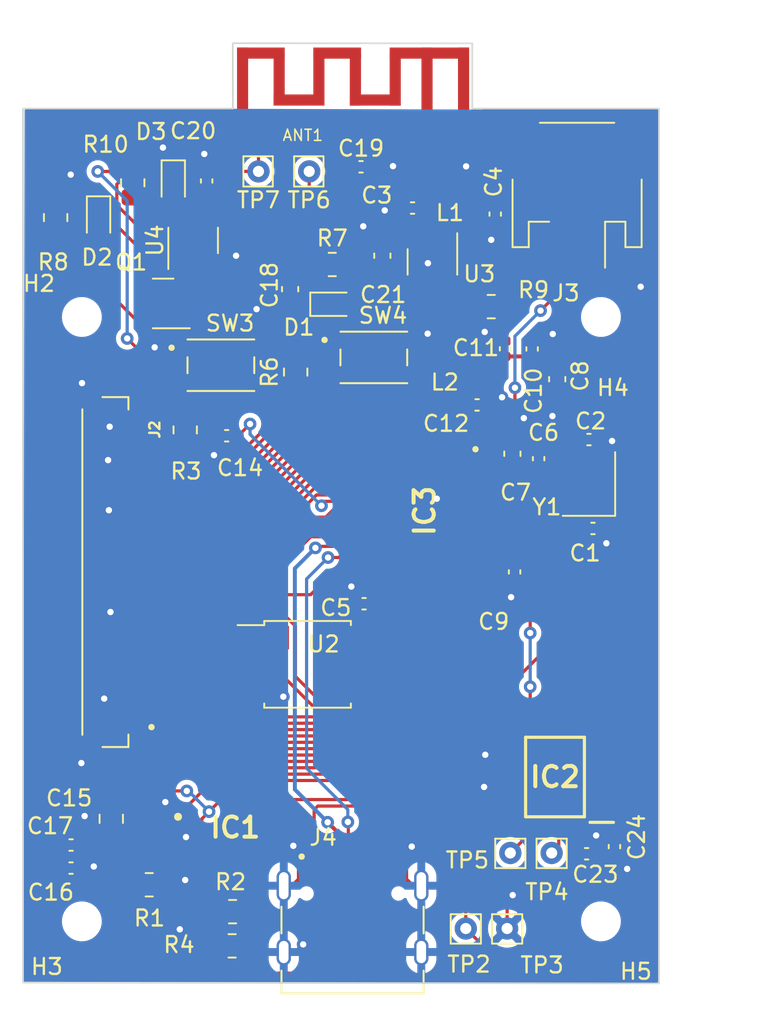
<source format=kicad_pcb>
(kicad_pcb (version 20221018) (generator pcbnew)
  (layers (0 "F.Cu" signal) (31 "B.Cu" power) (34 "B.Paste" user) (35 "F.Paste" user) (36 "B.SilkS" user "B.Silkscreen") (37 "F.SilkS" user "F.Silkscreen") (38 "B.Mask" user) (39 "F.Mask" user) (44 "Edge.Cuts" user))
  (net 0 "")
  (net 1 "Net-(IC3-XTAL_N)")
  (net 2 "/BOOT")
  (net 3 "Net-(IC3-XTAL_P)")
  (net 4 "Net-(D2-K)")
  (net 5 "/VDD_SPI")
  (net 6 "Net-(IC2-CAP_1)")
  (net 7 "+3.3V")
  (net 8 "Net-(IC2-CAP_2)")
  (net 9 "Net-(D1-K)")
  (net 10 "/VBAT")
  (net 11 "Net-(D1-A)")
  (net 12 "Net-(D3-A)")
  (net 13 "Net-(IC1-LED1)")
  (net 14 "/ESP_LCD_BLK")
  (net 15 "Net-(IC1-LED2)")
  (net 18 "Net-(IC1-RSET)")
  (net 19 "Net-(IC2-AINP)")
  (net 20 "/LCD_RESET")
  (net 21 "/LCD_SDA")
  (net 22 "/LCD_SCK")
  (net 23 "Net-(IC2-AINN)")
  (net 24 "/LCD_CS")
  (net 25 "/LCD_PCLK")
  (net 26 "/LCD_DE")
  (net 27 "/LCD_VSYNC")
  (net 28 "/LCD_HSYNC")
  (net 29 "/LCD_DB0")
  (net 30 "/LCD_DB1")
  (net 31 "/LCD_DB2")
  (net 32 "/LCD_DB3")
  (net 33 "/LCD_DB4")
  (net 34 "/LCD_DB5")
  (net 35 "/LCD_DB6")
  (net 36 "/LCD_DB7")
  (net 37 "/LCD_DB8")
  (net 38 "/LCD_DB9")
  (net 39 "/LCD_DB10")
  (net 40 "/LCD_DB11")
  (net 41 "/LCD_DB12")
  (net 42 "/LCD_DB13")
  (net 43 "/LCD_DB14")
  (net 44 "/LCD_DB15")
  (net 45 "/ESP_USB_DP")
  (net 46 "/ESP_USB_DM")
  (net 47 "/CHIP_PU")
  (net 48 "/SPIHD")
  (net 49 "GND")
  (net 50 "/SPIWP")
  (net 51 "/SPICS0")
  (net 52 "/SPICLK")
  (net 53 "/SPIQ")
  (net 54 "/SPID")
  (net 55 "VBUS")
  (net 56 "/I2C_SCL")
  (net 57 "/I2C_SDA")
  (net 58 "/ADS_PDWN")
  (net 59 "Net-(U3-PROG)")
  (net 60 "Net-(IC3-LNA_IN)")
  (net 61 "Net-(IC3-VDD3P3_1)")
  (net 70 "Net-(AE1-Pad1)")
  (net 72 "Net-(J4-CC1)")
  (net 75 "Net-(J4-CC2)")
  (net 83 "Net-(U4-EN)")
  (footprint "Capacitor_SMD:C_0402_1005Metric" (layer "F.Cu") (at 140.964 63.86 180)
    (fp_text reference "C14")
    (fp_text value "0.1uF")
  )
  (footprint "Capacitor_SMD:C_0402_1005Metric" (layer "F.Cu") (at 160.174 58.402 90)
    (fp_text reference "C10")
    (fp_text value "1uF")
  )
  (footprint "Connector_Pin:Pin_D0.7mm_L6.5mm_W1.8mm_FlatFork" (layer "F.Cu") (at 146.154 47.24)
    (fp_text reference "TP6")
    (fp_text value "TestPoint")
  )
  (footprint "Package_TO_SOT_SMD:SOT-23-5" (layer "F.Cu") (at 138.854 51.5795 90)
    (fp_text reference "U4")
    (fp_text value "AP2112K-3.3")
  )
  (footprint "ADS1230IPWR:SOP65P640X120-16N" (layer "F.Cu") (at 161.616 85.317 180)
    (fp_text reference "IC2")
    (fp_text value "ADS1230IPWR" hide)
  )
  (footprint "Capacitor_SMD:C_0402_1005Metric" (layer "F.Cu") (at 149.414 46.95)
    (fp_text reference "C19")
    (fp_text value "1uF")
  )
  (footprint "Capacitor_SMD:C_0402_1005Metric" (layer "F.Cu") (at 158.504 58.392 90)
    (fp_text reference "C11")
    (fp_text value "1uF")
  )
  (footprint "MountingHole:MountingHole_2.2mm_M2" (layer "F.Cu") (at 164.504 56.392)
    (fp_text reference "H4")
    (fp_text value "MountingHole")
  )
  (footprint "Capacitor_SMD:C_0805_2012Metric" (layer "F.Cu") (at 133.704 87.942 90)
    (fp_text reference "C15")
    (fp_text value "1uF")
  )
  (footprint "Capacitor_SMD:C_0402_1005Metric" (layer "F.Cu") (at 156.714 61.922)
    (fp_text reference "C12")
    (fp_text value "0.1uF")
  )
  (footprint "Capacitor_SMD:C_0603_1608Metric" (layer "F.Cu") (at 150.754 52.542 90)
    (fp_text reference "C21")
    (fp_text value "4.7uF")
  )
  (footprint "Capacitor_SMD:C_0402_1005Metric" (layer "F.Cu") (at 131.174 91.042 180)
    (fp_text reference "C16")
    (fp_text value "100nF")
  )
  (footprint "Resistor_SMD:R_0805_2012Metric" (layer "F.Cu") (at 136.0915 92.092)
    (fp_text reference "R1")
    (fp_text value "3.74k")
  )
  (footprint "PTS810_SJM_250_SMTR_LFS:SW_PTS810_SJM_250_SMTR_LFS" (layer "F.Cu") (at 150.219 58.935)
    (fp_text reference "SW4")
    (fp_text value "PTS810_SJM_250_SMTR_LFS")
  )
  (footprint "Connector_Pin:Pin_D0.7mm_L6.5mm_W1.8mm_FlatFork" (layer "F.Cu") (at 161.404 90.092 90)
    (fp_text reference "TP4")
    (fp_text value "TestPoint")
  )
  (footprint "Capacitor_SMD:C_0402_1005Metric" (layer "F.Cu") (at 164.004 69.688 180)
    (fp_text reference "C1")
    (fp_text value "22pF")
  )
  (footprint "MountingHole:MountingHole_2.2mm_M2" (layer "F.Cu") (at 164.504 94.392)
    (fp_text reference "H5")
    (fp_text value "MountingHole")
  )
  (footprint "Inductor_SMD:L_0402_1005Metric" (layer "F.Cu") (at 156.304 49.977 -90)
    (fp_text reference "L1")
    (fp_text value "2n2")
  )
  (footprint "Resistor_SMD:R_0805_2012Metric" (layer "F.Cu") (at 145.304 59.8545 90)
    (fp_text reference "R6")
    (fp_text value "10k")
  )
  (footprint "Capacitor_SMD:C_0402_1005Metric" (layer "F.Cu") (at 163.604 90.142 180)
    (fp_text reference "C23")
    (fp_text value "0.1uF")
  )
  (footprint "Package_SO:SOIC-8_5.23x5.23mm_P1.27mm" (layer "F.Cu") (at 146.05 78.232)
    (fp_text reference "U2")
    (fp_text value "W25Q32JVSS")
  )
  (footprint "Resistor_SMD:R_0805_2012Metric" (layer "F.Cu") (at 130.204 50.142 90)
    (fp_text reference "R8")
    (fp_text value "10k")
  )
  (footprint "LED_SMD:LED_0603_1608Metric" (layer "F.Cu") (at 147.704 55.592)
    (fp_text reference "D1")
    (fp_text value "LED")
  )
  (footprint "Connector_Pin:Pin_D0.7mm_L6.5mm_W1.8mm_FlatFork" (layer "F.Cu") (at 158.804 90.092 90)
    (fp_text reference "TP5")
    (fp_text value "TestPoint")
  )
  (footprint "Capacitor_SMD:C_0603_1608Metric" (layer "F.Cu") (at 161.754 60.302 -90)
    (fp_text reference "C8")
    (fp_text value "10uF")
  )
  (footprint "Capacitor_SMD:C_0402_1005Metric" (layer "F.Cu") (at 163.75 64.1)
    (fp_text reference "C2")
    (fp_text value "22pF")
  )
  (footprint "Capacitor_SMD:C_0603_1608Metric" (layer "F.Cu") (at 158.934 64.992 90)
    (fp_text reference "C7")
    (fp_text value "10uF")
  )
  (footprint "Capacitor_SMD:C_0603_1608Metric" (layer "F.Cu") (at 144.954 54.642 90)
    (fp_text reference "C18")
    (fp_text value "4.7uF")
  )
  (footprint "Resistor_SMD:R_0805_2012Metric" (layer "F.Cu") (at 157.6015 55.742)
    (fp_text reference "R9")
    (fp_text value "2k")
  )
  (footprint "Package_TO_SOT_SMD:SOT-23" (layer "F.Cu") (at 136.9665 55.542 180)
    (fp_text reference "Q1")
    (fp_text value "AO3401A")
  )
  (footprint "FH34SRJ-40S-0.5SH_50_:HRS_FH34SRJ-40S-0.5SH(50)" (layer "F.Cu") (at 133.684 72.43 -90)
    (fp_text reference "J2")
    (fp_text value "FH34SRJ-40S-0.5SH(50)")
  )
  (footprint "Inductor_SMD:L_0402_1005Metric" (layer "F.Cu") (at 156.754 60.372 180)
    (fp_text reference "L2")
    (fp_text value "2nH")
  )
  (footprint "Capacitor_SMD:C_0402_1005Metric" (layer "F.Cu") (at 159.074 72.42 -90)
    (fp_text reference "C9")
    (fp_text value "0.1uF")
  )
  (footprint "LED_SMD:LED_0603_1608Metric" (layer "F.Cu") (at 137.604 48.0295 -90)
    (fp_text reference "D3")
    (fp_text value "LED")
  )
  (footprint "PTS810_SJM_250_SMTR_LFS:SW_PTS810_SJM_250_SMTR_LFS" (layer "F.Cu") (at 140.599 59.425)
    (fp_text reference "SW3")
    (fp_text value "PTS810_SJM_250_SMTR_LFS")
  )
  (footprint "Capacitor_SMD:C_0402_1005Metric" (layer "F.Cu") (at 165.354 89.692 -90)
    (fp_text reference "C24")
    (fp_text value "0.1uF")
  )
  (footprint "Resistor_SMD:R_0805_2012Metric" (layer "F.Cu") (at 135.054 47.9545 -90)
    (fp_text reference "R10")
    (fp_text value "1k")
  )
  (footprint "Connector_Pin:Pin_D0.7mm_L6.5mm_W1.8mm_FlatFork" (layer "F.Cu") (at 142.964 47.24)
    (fp_text reference "TP7")
    (fp_text value "TestPoint")
  )
  (footprint "Resistor_SMD:R_0805_2012Metric" (layer "F.Cu") (at 138.354 63.492 90)
    (fp_text reference "R3")
    (fp_text value "10k")
  )
  (footprint "CAT4004A-libraries:SON50P200X200X55-9N" (layer "F.Cu") (at 136.504 89.192 -90)
    (fp_text reference "IC1")
    (fp_text value "CAT4004AHU2-GT3" hide)
  )
  (footprint "Resistor_SMD:R_0805_2012Metric" (layer "F.Cu") (at 141.334 93.782 180)
    (fp_text reference "R2")
    (fp_text value "5.1k")
  )
  (footprint "Crystal:Crystal_SMD_3225-4Pin_3.2x2.5mm" (layer "F.Cu") (at 163.75 66.894 90)
    (fp_text reference "Y1")
    (fp_text value "40MHz")
  )
  (footprint "MountingHole:MountingHole_2.2mm_M2" (layer "F.Cu") (at 131.854 94.392)
    (fp_text reference "H3")
    (fp_text value "MountingHole")
  )
  (footprint "Capacitor_SMD:C_0402_1005Metric" (layer "F.Cu") (at 157.854 49.922 -90)
    (fp_text reference "C4")
    (fp_text value "3p3")
  )
  (footprint "TYPE-C-31-M-12:HRO_TYPE-C-31-M-12" (layer "F.Cu") (at 148.879 96.32)
    (fp_text reference "J4")
    (fp_text value "TYPE-C-31-M-12")
  )
  (footprint "Passives:PCB_Antenna_2_4_GHz_ESP32" (layer "F.Cu") (at 148.864 39.802 90)
    (fp_text reference "ANT1")
    (fp_text value "PCB_ANT")
  )
  (footprint "Capacitor_SMD:C_0402_1005Metric" (layer "F.Cu") (at 152.654 49.542 180)
    (fp_text reference "C3")
    (fp_text value "3p3")
  )
  (footprint "Connector_Pin:Pin_D0.7mm_L6.5mm_W1.8mm_FlatFork" (layer "F.Cu") (at 158.604 94.842 90)
    (fp_text reference "TP3")
    (fp_text value "TestPoint")
  )
  (footprint "Resistor_SMD:R_0805_2012Metric" (layer "F.Cu") (at 147.604 53.092)
    (fp_text reference "R7")
    (fp_text value "1k")
  )
  (footprint "Capacitor_SMD:C_0402_1005Metric" (layer "F.Cu") (at 149.606 74.422 180)
    (fp_text reference "C5")
    (fp_text value "100nF")
  )
  (footprint "Capacitor_SMD:C_0402_1005Metric" (layer "F.Cu") (at 139.704 47.842 90)
    (fp_text reference "C20")
    (fp_text value "2.2uF")
  )
  (footprint "Package_TO_SOT_SMD:SOT-23-5" (layer "F.Cu") (at 153.904 52.9295 -90)
    (fp_text reference "U3")
    (fp_text value "MCP73831-3-OT")
  )
  (footprint "Connector_Pin:Pin_D0.7mm_L6.5mm_W1.8mm_FlatFork" (layer "F.Cu") (at 156.004 94.842 90)
    (fp_text reference "TP2")
    (fp_text value "TestPoint")
  )
  (footprint "Resistor_SMD:R_0805_2012Metric" (layer "F.Cu") (at 141.304 95.932 180)
    (fp_text reference "R4")
    (fp_text value "5.1k")
  )
  (footprint "Diode_SMD:D_0603_1608Metric" (layer "F.Cu") (at 132.904 50.292 -90)
    (fp_text reference "D2")
    (fp_text value "D_Schottky")
  )
  (footprint "ESP32-S3R8:QFN40P700X700X90-57N-D" (layer "F.Cu") (at 153.414 68.582 -90)
    (fp_text reference "IC3")
    (fp_text value "ESP32-S3R8" hide)
  )
  (footprint "MountingHole:MountingHole_2.2mm_M2" (layer "F.Cu") (at 131.854 56.392)
    (fp_text reference "H2")
    (fp_text value "MountingHole")
  )
  (footprint "Capacitor_SMD:C_0402_1005Metric" (layer "F.Cu") (at 131.174 89.592 180)
    (fp_text reference "C17")
    (fp_text value "1uF")
  )
  (footprint "Capacitor_SMD:C_0402_1005Metric" (layer "F.Cu") (at 160.584 65.302 90)
    (fp_text reference "C6")
    (fp_text value "1uF")
  )
  (footprint "Connector_JST:JST_PH_S2B-PH-SM4-TB_1x02-1MP_P2.00mm_Horizontal" (layer "F.Cu") (at 163.004 48.692 180)
    (fp_text reference "J3")
    (fp_text value "Conn_01x02")
  )
  (gr_line (start 156.414 43.292) (end 156.414 39.192) (stroke (width 0.1)) (layer "Edge.Cuts"))
  (gr_line (start 168.154 43.292) (end 168.154 98.292) (stroke (width 0.1)) (layer "Edge.Cuts"))
  (gr_line (start 141.344 39.182) (end 156.414 39.192) (stroke (width 0.1)) (layer "Edge.Cuts"))
  (gr_line (start 128.154 43.892) (end 128.154 43.292) (stroke (width 0.1)) (layer "Edge.Cuts"))
  (gr_line (start 168.154 98.292) (end 128.154 98.242) (stroke (width 0.1)) (layer "Edge.Cuts"))
  (gr_line (start 141.354 43.292) (end 141.344 39.182) (stroke (width 0.1)) (layer "Edge.Cuts"))
  (gr_line (start 128.154 98.242) (end 128.154 43.892) (stroke (width 0.1)) (layer "Edge.Cuts"))
  (gr_line (start 128.154 43.292) (end 141.354 43.292) (stroke (width 0.1)) (layer "Edge.Cuts"))
  (gr_line (start 168.154 43.292) (end 156.414 43.292) (stroke (width 0.1)) (layer "Edge.Cuts"))
  (segment (start 165.03 67.564) (end 164.6 67.994) (width 0.2) (layer "F.Cu") (net 1))
  (segment (start 156.8535 67.18) (end 161.614 67.18) (width 0.2) (layer "F.Cu") (net 1))
  (segment (start 164.854 67.318) (end 164.854 67.74) (width 0.2) (layer "F.Cu") (net 1))
  (segment (start 164.6 67.994) (end 164.6 69.572) (width 0.2) (layer "F.Cu") (net 1))
  (segment (start 162 66.794) (end 164.33 66.794) (width 0.2) (layer "F.Cu") (net 1))
  (segment (start 164.33 66.794) (end 164.854 67.318) (width 0.2) (layer "F.Cu") (net 1))
  (segment (start 164.854 67.74) (end 164.6 67.994) (width 0.2) (layer "F.Cu") (net 1))
  (segment (start 161.614 67.18) (end 162 66.794) (width 0.2) (layer "F.Cu") (net 1))
  (segment (start 164.6 69.572) (end 164.484 69.688) (width 0.2) (layer "F.Cu") (net 1))
  (segment (start 154.416 62.132) (end 152.294 60.01) (width 0.2) (layer "F.Cu") (net 2))
  (segment (start 148.144 60.01) (end 146.372 60.01) (width 0.2) (layer "F.Cu") (net 2))
  (segment (start 148.144 60.01) (end 152.294 60.01) (width 0.2) (layer "F.Cu") (net 2))
  (segment (start 146.372 60.01) (end 145.304 58.942) (width 0.2) (layer "F.Cu") (net 2))
  (segment (start 154.416 65.1425) (end 154.416 62.132) (width 0.2) (layer "F.Cu") (net 2))
  (segment (start 162.298 65.794) (end 162.9 65.794) (width 0.2) (layer "F.Cu") (net 3))
  (segment (start 161.312 66.78) (end 162.298 65.794) (width 0.2) (layer "F.Cu") (net 3))
  (segment (start 162.9 64.47) (end 163.27 64.1) (width 0.2) (layer "F.Cu") (net 3))
  (segment (start 162.9 65.794) (end 162.9 64.47) (width 0.2) (layer "F.Cu") (net 3))
  (segment (start 156.8535 66.78) (end 161.312 66.78) (width 0.2) (layer "F.Cu") (net 3))
  (segment (start 140.892 54.592) (end 137.904 54.592) (width 0.2) (layer "F.Cu") (net 4))
  (segment (start 146.154 47.24) (end 146.154 49.33) (width 0.2) (layer "F.Cu") (net 4))
  (segment (start 137.904 54.5045) (end 132.904 49.5045) (width 0.2) (layer "F.Cu") (net 4))
  (segment (start 137.904 54.592) (end 137.904 54.5045) (width 0.2) (layer "F.Cu") (net 4))
  (segment (start 146.154 49.33) (end 140.892 54.592) (width 0.2) (layer "F.Cu") (net 4))
  (segment (start 150.086 74.422) (end 150.086 75.891) (width 0.2) (layer "F.Cu") (net 5))
  (segment (start 150.086 75.891) (end 149.65 76.327) (width 0.2) (layer "F.Cu") (net 5))
  (segment (start 150.816 72.0175) (end 150.816 73.692) (width 0.2) (layer "F.Cu") (net 5))
  (segment (start 150.816 73.692) (end 150.086 74.422) (width 0.2) (layer "F.Cu") (net 5))
  (segment (start 162.804 85.442) (end 163.254 84.992) (width 0.2) (layer "F.Cu") (net 6))
  (segment (start 164.084 90.142) (end 162.804 88.862) (width 0.2) (layer "F.Cu") (net 6))
  (segment (start 163.254 84.992) (end 164.554 84.992) (width 0.2) (layer "F.Cu") (net 6))
  (segment (start 162.804 88.862) (end 162.804 85.442) (width 0.2) (layer "F.Cu") (net 6))
  (segment (start 132.854 47.242) (end 134.854 47.242) (width 0.2) (layer "F.Cu") (net 7))
  (segment (start 157.239 60.137) (end 158.504 58.872) (width 0.25) (layer "F.Cu") (net 7))
  (segment (start 165.904 88.662) (end 165.904 86.992) (width 0.2) (layer "F.Cu") (net 7))
  (segment (start 141.444 62.45) (end 140.974 61.98) (width 0.2) (layer "F.Cu") (net 7))
  (segment (start 160.584 65.782) (end 163.594 62.772) (width 0.2) (layer "F.Cu") (net 7))
  (segment (start 139.854 87.492) (end 139.404 87.942) (width 0.2) (layer "F.Cu") (net 7))
  (segment (start 160.569 65.767) (end 160.584 65.782) (width 0.25) (layer "F.Cu") (net 7))
  (segment (start 134.054 49.357317) (end 134.054 48.042) (width 0.2) (layer "F.Cu") (net 7))
  (segment (start 140.844 61.98) (end 140.974 61.98) (width 0.2) (layer "F.Cu") (net 7))
  (segment (start 160.164 58.872) (end 160.174 58.882) (width 0.25) (layer "F.Cu") (net 7))
  (segment (start 140.974 61.98) (end 144.091 61.98) (width 0.2) (layer "F.Cu") (net 7))
  (segment (start 160.054 72.2) (end 159.794 71.94) (width 0.2) (layer "F.Cu") (net 7))
  (segment (start 163.594 61.367) (end 161.754 59.527) (width 0.2) (layer "F.Cu") (net 7))
  (segment (start 160.054 76.26) (end 160.054 72.2) (width 0.2) (layer "F.Cu") (net 7))
  (segment (start 157.11405 84.992) (end 158.678 84.992) (width 0.2) (layer "F.Cu") (net 7))
  (segment (start 132.862 93.21) (end 137.936 93.21) (width 0.2) (layer "F.Cu") (net 7))
  (segment (start 136.004 62.0545) (end 136.004 61.742) (width 0.2) (layer "F.Cu") (net 7))
  (segment (start 156.004 94.842) (end 156.004 86.10205) (width 0.2) (layer "F.Cu") (net 7))
  (segment (start 134.954 85.742) (end 133.704 86.992) (width 0.2) (layer "F.Cu") (net 7))
  (segment (start 160.174 58.882) (end 161.109 58.882) (width 0.25) (layer "F.Cu") (net 7))
  (segment (start 165.354 88.392) (end 165.354 89.212) (width 0.2) (layer "F.Cu") (net 7))
  (segment (start 158.319 66.382) (end 158.934 65.767) (width 0.25) (layer "F.Cu") (net 7))
  (segment (start 156.004 94.842) (end 157.672 96.51) (width 0.2) (layer "F.Cu") (net 7))
  (segment (start 139.404 89.53195) (end 139.404 87.942) (width 0.2) (layer "F.Cu") (net 7))
  (segment (start 133.704 86.992) (end 134.504 86.192) (width 0.2) (layer "F.Cu") (net 7))
  (segment (start 130.694 91.042) (end 132.862 93.21) (width 0.2) (layer "F.Cu") (net 7))
  (segment (start 165.244 96.51) (end 166.854 94.9) (width 0.2) (layer "F.Cu") (net 7))
  (segment (start 137.254 90.242) (end 138.69395 90.242) (width 0.2) (layer "F.Cu") (net 7))
  (segment (start 156.864 66.382) (end 158.319 66.382) (width 0.25) (layer "F.Cu") (net 7))
  (segment (start 158.934 65.767) (end 160.569 65.767) (width 0.25) (layer "F.Cu") (net 7))
  (segment (start 134.504 86.192) (end 138.454 86.192) (width 0.2) (layer "F.Cu") (net 7))
  (segment (start 134.954 82.192) (end 134.954 85.742) (width 0.2) (layer "F.Cu") (net 7))
  (segment (start 165.354 89.212) (end 165.904 88.662) (width 0.2) (layer "F.Cu") (net 7))
  (segment (start 146.924622 68.049378) (end 146.992 67.982) (width 0.2) (layer "F.Cu") (net 7))
  (segment (start 134.054 48.042) (end 135.054 47.042) (width 0.2) (layer "F.Cu") (net 7))
  (segment (start 139.404 91.742) (end 139.404 89.53195) (width 0.2) (layer "F.Cu") (net 7))
  (segment (start 136.004 61.742) (end 136.004 59.042) (width 0.2) (layer "F.Cu") (net 7))
  (segment (start 165.904 63.742) (end 163.594 61.432) (width 0.2) (layer "F.Cu") (net 7))
  (segment (start 160.054 83.2535) (end 159.6155 83.692) (width 0.2) (layer "F.Cu") (net 7))
  (segment (start 158.678 84.992) (end 159.6155 84.992) (width 0.2) (layer "F.Cu") (net 7))
  (segment (start 159.6155 84.992) (end 159.754 84.8535) (width 0.2) (layer "F.Cu") (net 7))
  (segment (start 159.6155 83.692) (end 158.678 83.692) (width 0.2) (layer "F.Cu") (net 7))
  (segment (start 163.594 62.772) (end 163.594 61.432) (width 0.2) (layer "F.Cu") (net 7))
  (segment (start 134.954 80.192) (end 134.054 80.192) (width 0.2) (layer "F.Cu") (net 7))
  (segment (start 164.554 87.592) (end 165.354 88.392) (width 0.2) (layer "F.Cu") (net 7))
  (segment (start 156.004 86.10205) (end 155.372051 86.733999) (width 0.2) (layer "F.Cu") (net 7))
  (segment (start 156.864 69.982) (end 157.920372 69.982001) (width 0.2) (layer "F.Cu") (net 7))
  (segment (start 155.372051 86.733999) (end 140.612001 86.733999) (width 0.2) (layer "F.Cu") (net 7))
  (segment (start 134.854 47.242) (end 135.054 47.042) (width 0.2) (layer "F.Cu") (net 7))
  (segment (start 132.804 78.942) (end 129.604 82.142) (width 0.2) (layer "F.Cu") (net 7))
  (segment (start 138.4195 64.4045) (end 140.844 61.98) (width 0.2) (layer "F.Cu") (net 7))
  (segment (start 139.704 48.642) (end 139.704 48.322) (width 0.2) (layer "F.Cu") (net 7))
  (segment (start 132.804 63.042) (end 134.104 61.742) (width 0.2) (layer "F.Cu") (net 7))
  (segment (start 163.594 61.432) (end 163.594 61.367) (width 0.2) (layer "F.Cu") (net 7))
  (segment (start 159.754 84.8535) (end 159.754 83.692) (width 0.2) (layer "F.Cu") (net 7))
  (segment (start 138.354 64.4045) (end 138.4195 64.4045) (width 0.2) (layer "F.Cu") (net 7))
  (segment (start 146.992 67.982) (end 149.964 67.982) (width 0.2) (layer "F.Cu") (net 7))
  (segment (start 134.054 80.192) (end 132.804 78.942) (width 0.2) (layer "F.Cu") (net 7))
  (segment (start 157.920372 69.982001) (end 159.074 71.135629) (width 0.2) (layer "F.Cu") (net 7))
  (segment (start 161.109 58.882) (end 161.754 59.527) (width 0.25) (layer "F.Cu") (net 7))
  (segment (start 140.612001 86.733999) (end 139.854 87.492) (width 0.2) (layer "F.Cu") (net 7))
  (segment (start 137.904 50.442) (end 139.704 48.642) (width 0.2) (layer "F.Cu") (net 7))
  (segment (start 130.694 89.592) (end 130.694 91.042) (width 0.2) (layer "F.Cu") (net 7))
  (segment (start 144.091 61.98) (end 145.304 60.767) (width 0.2) (layer "F.Cu") (net 7))
  (segment (start 129.604 82.142) (end 129.604 88.502) (width 0.2) (layer "F.Cu") (net 7))
  (segment (start 136.004 59.042) (end 134.704 57.742) (width 0.2) (layer "F.Cu") (net 7))
  (segment (start 138.354 64.4045) (end 136.004 62.0545) (width 0.2) (layer "F.Cu") (net 7))
  (segment (start 141.444 63.86) (end 141.694 63.86) (width 0.2) (layer "F.Cu") (net 7))
  (segment (start 157.672 96.51) (end 165.244 96.51) (width 0.2) (layer "F.Cu") (net 7))
  (segment (start 160.054 79.64) (end 160.054 83.2535) (width 0.2) (layer "F.Cu") (net 7))
  (segment (start 166.854 94.9) (end 166.854 87.942) (width 0.2) (layer "F.Cu") (net 7))
  (segment (start 158.678 83.692) (end 159.754 83.692) (width 0.2) (layer "F.Cu") (net 7))
  (segment (start 129.604 88.502) (end 130.694 89.592) (width 0.2) (layer "F.Cu") (net 7))
  (segment (start 135.138683 50.442) (end 134.054 49.357317) (width 0.2) (layer "F.Cu") (net 7))
  (segment (start 137.936 93.21) (end 139.404 91.742) (width 0.2) (layer "F.Cu") (net 7))
  (segment (start 160.574 65.772) (end 160.584 65.782) (width 0.2) (layer "F.Cu") (net 7))
  (segment (start 158.504 58.872) (end 160.164 58.872) (width 0.25) (layer "F.Cu") (net 7))
  (segment (start 165.904 86.992) (end 165.904 63.742) (width 0.2) (layer "F.Cu") (net 7))
  (segment (start 141.444 63.86) (end 141.444 62.45) (width 0.2) (layer "F.Cu") (net 7))
  (segment (start 159.794 71.94) (end 159.074 71.94) (width 0.2) (layer "F.Cu") (net 7))
  (segment (start 132.804 78.942) (end 132.804 63.042) (width 0.2) (layer "F.Cu") (net 7))
  (segment (start 138.69395 90.242) (end 139.404 89.53195) (width 0.2) (layer "F.Cu") (net 7))
  (segment (start 146.924622 68.260622) (end 146.924622 68.049378) (width 0.2) (layer "F.Cu") (net 7))
  (segment (start 137.904 50.442) (end 135.138683 50.442) (width 0.2) (layer "F.Cu") (net 7))
  (segment (start 159.074 71.135629) (end 159.074 71.94) (width 0.2) (layer "F.Cu") (net 7))
  (segment (start 134.104 61.742) (end 136.004 61.742) (width 0.2) (layer "F.Cu") (net 7))
  (segment (start 156.004 86.10205) (end 157.11405 84.992) (width 0.2) (layer "F.Cu") (net 7))
  (segment (start 157.239 60.372) (end 157.239 60.137) (width 0.25) (layer "F.Cu") (net 7))
  (segment (start 156.8535 65.98) (end 156.8535 66.38) (width 0.2) (layer "F.Cu") (net 7))
  (segment (start 141.694 63.86) (end 142.434 63.12) (width 0.2) (layer "F.Cu") (net 7))
  (segment (start 166.854 87.942) (end 165.904 86.992) (width 0.2) (layer "F.Cu") (net 7))
  (via (at 132.854 47.242) (size 0.8) (drill 0.4) (layers "F.Cu" "B.Cu") (net 7))
  (via (at 160.054 79.64) (size 0.8) (drill 0.4) (layers "F.Cu" "B.Cu") (net 7))
  (via (at 142.434 63.12) (size 0.8) (drill 0.4) (layers "F.Cu" "B.Cu") (net 7))
  (via (at 146.924622 68.260622) (size 0.8) (drill 0.4) (layers "F.Cu" "B.Cu") (net 7))
  (via (at 139.854 87.492) (size 0.8) (drill 0.4) (layers "F.Cu" "B.Cu") (net 7))
  (via (at 160.054 76.26) (size 0.8) (drill 0.4) (layers "F.Cu" "B.Cu") (net 7))
  (via (at 134.704 57.742) (size 0.8) (drill 0.4) (layers "F.Cu" "B.Cu") (net 7))
  (via (at 138.454 86.192) (size 0.8) (drill 0.4) (layers "F.Cu" "B.Cu") (net 7))
  (segment (start 134.704 49.092) (end 132.854 47.242) (width 0.2) (layer "B.Cu") (net 7))
  (segment (start 142.434 63.12) (end 142.434 63.77) (width 0.2) (layer "B.Cu") (net 7))
  (segment (start 160.054 76.26) (end 160.054 79.64) (width 0.2) (layer "B.Cu") (net 7))
  (segment (start 138.554 86.192) (end 139.854 87.492) (width 0.2) (layer "B.Cu") (net 7))
  (segment (start 138.454 86.192) (end 138.554 86.192) (width 0.2) (layer "B.Cu") (net 7))
  (segment (start 134.704 57.742) (end 134.704 49.092) (width 0.2) (layer "B.Cu") (net 7))
  (segment (start 142.434 63.77) (end 146.924622 68.260622) (width 0.2) (layer "B.Cu") (net 7))
  (segment (start 163.124 90.142) (end 162.404 89.422) (width 0.2) (layer "F.Cu") (net 8))
  (segment (start 162.404 85.192) (end 163.254 84.342) (width 0.2) (layer "F.Cu") (net 8))
  (segment (start 163.254 84.342) (end 164.554 84.342) (width 0.2) (layer "F.Cu") (net 8))
  (segment (start 162.404 89.422) (end 162.404 85.192) (width 0.2) (layer "F.Cu") (net 8))
  (segment (start 153.554 54.765896) (end 151.952896 56.367) (width 0.2) (layer "F.Cu") (net 9))
  (segment (start 154.854 51.792) (end 154.854 52.768104) (width 0.2) (layer "F.Cu") (net 9))
  (segment (start 154.854 52.768104) (end 153.554 54.068104) (width 0.2) (layer "F.Cu") (net 9))
  (segment (start 153.554 54.068104) (end 153.554 54.765896) (width 0.2) (layer "F.Cu") (net 9))
  (segment (start 151.952896 56.367) (end 147.6915 56.367) (width 0.2) (layer "F.Cu") (net 9))
  (segment (start 147.6915 56.367) (end 146.9165 55.592) (width 0.2) (layer "F.Cu") (net 9))
  (segment (start 153.354 50.592) (end 153.354 51.043104) (width 0.2) (layer "F.Cu") (net 10))
  (segment (start 144.471538 53.132) (end 144.486538 53.117) (width 0.2) (layer "F.Cu") (net 10))
  (segment (start 152.954 51.792) (end 151.429 53.317) (width 0.2) (layer "F.Cu") (net 10))
  (segment (start 150.754 53.042) (end 150.754 53.317) (width 0.2) (layer "F.Cu") (net 10))
  (segment (start 136.029 55.542) (end 138.327896 55.542) (width 0.2) (layer "F.Cu") (net 10))
  (segment (start 144.629 53.117) (end 146.054 51.692) (width 0.2) (layer "F.Cu") (net 10))
  (segment (start 153.304 51.442) (end 152.954 51.792) (width 0.2) (layer "F.Cu") (net 10))
  (segment (start 139.039896 56.254) (end 141.55 56.254) (width 0.2) (layer "F.Cu") (net 10))
  (segment (start 153.354 51.043104) (end 153.304 51.093104) (width 0.2) (layer "F.Cu") (net 10))
  (segment (start 154.952896 50.592) (end 153.354 50.592) (width 0.2) (layer "F.Cu") (net 10))
  (segment (start 143.912 53.132) (end 144.471538 53.132) (width 0.2) (layer "F.Cu") (net 10))
  (segment (start 153.304 51.093104) (end 153.304 51.442) (width 0.2) (layer "F.Cu") (net 10))
  (segment (start 156.852896 52.492) (end 161.054 52.492) (width 0.2) (layer "F.Cu") (net 10))
  (segment (start 161.054 52.492) (end 162.004 51.542) (width 0.2) (layer "F.Cu") (net 10))
  (segment (start 151.429 53.317) (end 150.754 53.317) (width 0.2) (layer "F.Cu") (net 10))
  (segment (start 143.724 54.08) (end 143.724 53.32) (width 0.2) (layer "F.Cu") (net 10))
  (segment (start 144.486538 53.117) (end 144.629 53.117) (width 0.2) (layer "F.Cu") (net 10))
  (segment (start 146.054 51.692) (end 149.404 51.692) (width 0.2) (layer "F.Cu") (net 10))
  (segment (start 156.852896 52.492) (end 154.952896 50.592) (width 0.2) (layer "F.Cu") (net 10))
  (segment (start 141.55 56.254) (end 143.724 54.08) (width 0.2) (layer "F.Cu") (net 10))
  (segment (start 138.327896 55.542) (end 139.039896 56.254) (width 0.2) (layer "F.Cu") (net 10))
  (segment (start 143.724 53.32) (end 143.912 53.132) (width 0.2) (layer "F.Cu") (net 10))
  (segment (start 149.404 51.692) (end 150.754 53.042) (width 0.2) (layer "F.Cu") (net 10))
  (segment (start 148.4915 53.117) (end 148.5165 53.092) (width 0.2) (layer "F.Cu") (net 11))
  (segment (start 148.4915 55.592) (end 148.4915 53.117) (width 0.2) (layer "F.Cu") (net 11))
  (segment (start 135.054 48.867) (end 137.554 48.867) (width 0.2) (layer "F.Cu") (net 12))
  (segment (start 137.554 48.867) (end 137.604 48.817) (width 0.2) (layer "F.Cu") (net 12))
  (segment (start 133.104 86.089183) (end 132.679 86.514183) (width 0.2) (layer "F.Cu") (net 13))
  (segment (start 134.954 81.692) (end 134.054 81.692) (width 0.2) (layer "F.Cu") (net 13))
  (segment (start 132.679 87.517) (end 133.254 88.092) (width 0.2) (layer "F.Cu") (net 13))
  (segment (start 133.254 88.092) (end 134.904 88.092) (width 0.2) (layer "F.Cu") (net 13))
  (segment (start 134.904 88.092) (end 135.479 87.517) (width 0.2) (layer "F.Cu") (net 13))
  (segment (start 133.104 82.642) (end 133.104 86.089183) (width 0.2) (layer "F.Cu") (net 13))
  (segment (start 135.479 87.517) (end 136.029 87.517) (width 0.2) (layer "F.Cu") (net 13))
  (segment (start 134.054 81.692) (end 133.104 82.642) (width 0.2) (layer "F.Cu") (net 13))
  (segment (start 132.679 86.514183) (end 132.679 87.517) (width 0.2) (layer "F.Cu") (net 13))
  (segment (start 136.254 87.742) (end 136.254 88.142) (width 0.2) (layer "F.Cu") (net 13))
  (segment (start 136.029 87.517) (end 136.254 87.742) (width 0.2) (layer "F.Cu") (net 13))
  (segment (start 160.890157 71.393843) (end 160.890157 77.443843) (width 0.2) (layer "F.Cu") (net 14))
  (segment (start 156.864 69.582) (end 159.078314 69.582) (width 0.2) (layer "F.Cu") (net 14))
  (segment (start 137.49395 88.142) (end 137.254 88.142) (width 0.2) (layer "F.Cu") (net 14))
  (segment (start 152.8 85.534) (end 140.10195 85.534) (width 0.2) (layer "F.Cu") (net 14))
  (segment (start 159.078314 69.582) (end 160.890157 71.393843) (width 0.2) (layer "F.Cu") (net 14))
  (segment (start 160.890157 77.443843) (end 152.8 85.534) (width 0.2) (layer "F.Cu") (net 14))
  (segment (start 140.10195 85.534) (end 137.49395 88.142) (width 0.2) (layer "F.Cu") (net 14))
  (segment (start 132.04395 81.192) (end 130.304 82.93195) (width 0.2) (layer "F.Cu") (net 15))
  (segment (start 130.304 87.17) (end 133.074 89.94) (width 0.2) (layer "F.Cu") (net 15))
  (segment (start 130.304 82.93195) (end 130.304 87.17) (width 0.2) (layer "F.Cu") (net 15))
  (segment (start 133.074 89.94) (end 134.604 89.94) (width 0.2) (layer "F.Cu") (net 15))
  (segment (start 134.954 81.192) (end 132.04395 81.192) (width 0.2) (layer "F.Cu") (net 15))
  (segment (start 135.304 89.24) (end 135.304 88.592) (width 0.2) (layer "F.Cu") (net 15))
  (segment (start 134.604 89.94) (end 135.304 89.24) (width 0.2) (layer "F.Cu") (net 15))
  (segment (start 135.304 88.592) (end 135.754 88.142) (width 0.2) (layer "F.Cu") (net 15))
  (segment (start 135.513683 92.092) (end 136.754 90.851683) (width 0.2) (layer "F.Cu") (net 18))
  (segment (start 136.754 90.851683) (end 136.754 90.242) (width 0.2) (layer "F.Cu") (net 18))
  (segment (start 135.179 92.092) (end 135.513683 92.092) (width 0.2) (layer "F.Cu") (net 18))
  (segment (start 161.854 84.557686) (end 161.854 89.642) (width 0.2) (layer "F.Cu") (net 19))
  (segment (start 164.554 83.692) (end 162.719686 83.692) (width 0.2) (layer "F.Cu") (net 19))
  (segment (start 162.719686 83.692) (end 161.854 84.557686) (width 0.2) (layer "F.Cu") (net 19))
  (segment (start 161.854 89.642) (end 161.404 90.092) (width 0.2) (layer "F.Cu") (net 19))
  (segment (start 136.944 79.692) (end 134.954 79.692) (width 0.2) (layer "F.Cu") (net 20))
  (segment (start 155.312372 82.442797) (end 152.621169 85.134) (width 0.2) (layer "F.Cu") (net 20))
  (segment (start 137.262 82.675056) (end 137.262 80.01) (width 0.2) (layer "F.Cu") (net 20))
  (segment (start 152.621169 85.134) (end 139.720942 85.134) (width 0.2) (layer "F.Cu") (net 20))
  (segment (start 155.312372 74.99) (end 155.312372 82.442797) (width 0.2) (layer "F.Cu") (net 20))
  (segment (start 139.720942 85.134) (end 137.262 82.675056) (width 0.2) (layer "F.Cu") (net 20))
  (segment (start 157.754686 70.382) (end 158.144 70.771315) (width 0.2) (layer "F.Cu") (net 20))
  (segment (start 156.864 70.382) (end 157.754686 70.382) (width 0.2) (layer "F.Cu") (net 20))
  (segment (start 158.144 70.771315) (end 158.144 72.158372) (width 0.2) (layer "F.Cu") (net 20))
  (segment (start 158.144 72.158372) (end 155.312372 74.99) (width 0.2) (layer "F.Cu") (net 20))
  (segment (start 137.262 80.01) (end 136.944 79.692) (width 0.2) (layer "F.Cu") (net 20))
  (segment (start 157.589 70.782) (end 157.744 70.937) (width 0.2) (layer "F.Cu") (net 21))
  (segment (start 139.886628 84.734) (end 137.662 82.509371) (width 0.2) (layer "F.Cu") (net 21))
  (segment (start 154.814 74.922686) (end 154.814 82.375486) (width 0.2) (layer "F.Cu") (net 21))
  (segment (start 157.744 71.992686) (end 154.814 74.922686) (width 0.2) (layer "F.Cu") (net 21))
  (segment (start 156.864 70.782) (end 157.589 70.782) (width 0.2) (layer "F.Cu") (net 21))
  (segment (start 157.744 70.937) (end 157.744 71.992686) (width 0.2) (layer "F.Cu") (net 21))
  (segment (start 154.814 82.375486) (end 152.455484 84.734) (width 0.2) (layer "F.Cu") (net 21))
  (segment (start 137.662 82.509371) (end 137.662 78.24) (width 0.2) (layer "F.Cu") (net 21))
  (segment (start 152.455484 84.734) (end 139.886628 84.734) (width 0.2) (layer "F.Cu") (net 21))
  (segment (start 137.662 78.24) (end 137.614 78.192) (width 0.2) (layer "F.Cu") (net 21))
  (segment (start 137.614 78.192) (end 134.954 78.192) (width 0.2) (layer "F.Cu") (net 21))
  (segment (start 140.052314 84.334) (end 138.062 82.343686) (width 0.2) (layer "F.Cu") (net 22))
  (segment (start 138.062 77.83) (end 137.924 77.692) (width 0.2) (layer "F.Cu") (net 22))
  (segment (start 156.864 72.307) (end 154.414 74.757) (width 0.2) (layer "F.Cu") (net 22))
  (segment (start 154.414 74.757) (end 154.414 82.2098) (width 0.2) (layer "F.Cu") (net 22))
  (segment (start 154.414 82.2098) (end 152.289799 84.334) (width 0.2) (layer "F.Cu") (net 22))
  (segment (start 137.924 77.692) (end 134.954 77.692) (width 0.2) (layer "F.Cu") (net 22))
  (segment (start 138.062 82.343686) (end 138.062 77.83) (width 0.2) (layer "F.Cu") (net 22))
  (segment (start 152.289799 84.334) (end 140.052314 84.334) (width 0.2) (layer "F.Cu") (net 22))
  (segment (start 156.864 71.182) (end 156.864 72.307) (width 0.2) (layer "F.Cu") (net 22))
  (segment (start 162.804 83.042) (end 164.554 83.042) (width 0.2) (layer "F.Cu") (net 23))
  (segment (start 158.804 90.092) (end 161.454 87.442) (width 0.2) (layer "F.Cu") (net 23))
  (segment (start 161.454 84.392) (end 162.804 83.042) (width 0.2) (layer "F.Cu") (net 23))
  (segment (start 161.454 87.442) (end 161.454 84.392) (width 0.2) (layer "F.Cu") (net 23))
  (segment (start 138.462 77.35) (end 138.304 77.192) (width 0.2) (layer "F.Cu") (net 24))
  (segment (start 154.014 72.032) (end 154.014 82.044114) (width 0.2) (layer "F.Cu") (net 24))
  (segment (start 154.014 82.044114) (end 152.124113 83.934) (width 0.2) (layer "F.Cu") (net 24))
  (segment (start 138.304 77.192) (end 134.954 77.192) (width 0.2) (layer "F.Cu") (net 24))
  (segment (start 138.462 82.178) (end 138.462 77.35) (width 0.2) (layer "F.Cu") (net 24))
  (segment (start 152.124113 83.934) (end 140.218 83.934) (width 0.2) (layer "F.Cu") (net 24))
  (segment (start 140.218 83.934) (end 138.462 82.178) (width 0.2) (layer "F.Cu") (net 24))
  (segment (start 153.614 81.878428) (end 153.614 72.032) (width 0.2) (layer "F.Cu") (net 25))
  (segment (start 138.862 76.92) (end 138.862 82.000426) (width 0.2) (layer "F.Cu") (net 25))
  (segment (start 140.395571 83.533999) (end 151.958428 83.534) (width 0.2) (layer "F.Cu") (net 25))
  (segment (start 138.862 82.000426) (end 140.395571 83.533999) (width 0.2) (layer "F.Cu") (net 25))
  (segment (start 134.954 76.692) (end 138.634 76.692) (width 0.2) (layer "F.Cu") (net 25))
  (segment (start 138.634 76.692) (end 138.862 76.92) (width 0.2) (layer "F.Cu") (net 25))
  (segment (start 151.958428 83.534) (end 153.614 81.878428) (width 0.2) (layer "F.Cu") (net 25))
  (segment (start 149.964 70.782) (end 149.312 70.782) (width 0.2) (layer "F.Cu") (net 26))
  (segment (start 136.207918 76.192) (end 138.546959 73.852959) (width 0.2) (layer "F.Cu") (net 26))
  (segment (start 149.312 70.782) (end 146.241041 73.852959) (width 0.2) (layer "F.Cu") (net 26))
  (segment (start 146.241041 73.852959) (end 138.546959 73.852959) (width 0.2) (layer "F.Cu") (net 26))
  (segment (start 134.954 76.192) (end 136.207918 76.192) (width 0.2) (layer "F.Cu") (net 26))
  (segment (start 148.29025 69.582) (end 149.964 69.582) (width 0.2) (layer "F.Cu") (net 27))
  (segment (start 143.073372 73.392) (end 146.252529 70.212843) (width 0.2) (layer "F.Cu") (net 27))
  (segment (start 138.442232 73.392) (end 143.073372 73.392) (width 0.2) (layer "F.Cu") (net 27))
  (segment (start 147.659408 70.212843) (end 148.29025 69.582) (width 0.2) (layer "F.Cu") (net 27))
  (segment (start 146.252529 70.212843) (end 147.659408 70.212843) (width 0.2) (layer "F.Cu") (net 27))
  (segment (start 134.954 75.692) (end 136.142232 75.692) (width 0.2) (layer "F.Cu") (net 27))
  (segment (start 136.142232 75.692) (end 138.442232 73.392) (width 0.2) (layer "F.Cu") (net 27))
  (segment (start 138.276546 72.992) (end 142.907686 72.992) (width 0.2) (layer "F.Cu") (net 28))
  (segment (start 147.493722 69.812843) (end 148.124565 69.182) (width 0.2) (layer "F.Cu") (net 28))
  (segment (start 146.086843 69.812843) (end 147.493722 69.812843) (width 0.2) (layer "F.Cu") (net 28))
  (segment (start 134.954 75.192) (end 136.076546 75.192) (width 0.2) (layer "F.Cu") (net 28))
  (segment (start 148.124565 69.182) (end 149.964 69.182) (width 0.2) (layer "F.Cu") (net 28))
  (segment (start 136.076546 75.192) (end 138.276546 72.992) (width 0.2) (layer "F.Cu") (net 28))
  (segment (start 142.907686 72.992) (end 146.086843 69.812843) (width 0.2) (layer "F.Cu") (net 28))
  (segment (start 138.11086 72.592) (end 142.742 72.592) (width 0.2) (layer "F.Cu") (net 29))
  (segment (start 142.742 72.592) (end 145.954 69.38) (width 0.2) (layer "F.Cu") (net 29))
  (segment (start 147.360879 69.38) (end 147.95888 68.782) (width 0.2) (layer "F.Cu") (net 29))
  (segment (start 147.95888 68.782) (end 149.964 68.782) (width 0.2) (layer "F.Cu") (net 29))
  (segment (start 136.51086 74.192) (end 138.11086 72.592) (width 0.2) (layer "F.Cu") (net 29))
  (segment (start 134.954 74.192) (end 136.51086 74.192) (width 0.2) (layer "F.Cu") (net 29))
  (segment (start 145.954 69.38) (end 147.360879 69.38) (width 0.2) (layer "F.Cu") (net 29))
  (segment (start 145.781686 68.98) (end 147.195194 68.98) (width 0.2) (layer "F.Cu") (net 30))
  (segment (start 136.445174 73.692) (end 137.945174 72.192) (width 0.2) (layer "F.Cu") (net 30))
  (segment (start 137.945174 72.192) (end 142.576314 72.192) (width 0.2) (layer "F.Cu") (net 30))
  (segment (start 145.781686 68.986628) (end 145.781686 68.98) (width 0.2) (layer "F.Cu") (net 30))
  (segment (start 147.793194 68.382) (end 149.964 68.382) (width 0.2) (layer "F.Cu") (net 30))
  (segment (start 134.954 73.692) (end 136.445174 73.692) (width 0.2) (layer "F.Cu") (net 30))
  (segment (start 142.576314 72.192) (end 145.781686 68.986628) (width 0.2) (layer "F.Cu") (net 30))
  (segment (start 147.195194 68.98) (end 147.793194 68.382) (width 0.2) (layer "F.Cu") (net 30))
  (segment (start 134.954 73.192) (end 136.379488 73.192) (width 0.2) (layer "F.Cu") (net 31))
  (segment (start 146.614 67.582) (end 149.964 67.582) (width 0.2) (layer "F.Cu") (net 31))
  (segment (start 136.379488 73.192) (end 137.779488 71.792) (width 0.2) (layer "F.Cu") (net 31))
  (segment (start 137.779488 71.792) (end 142.404 71.792) (width 0.2) (layer "F.Cu") (net 31))
  (segment (start 142.404 71.792) (end 146.614 67.582) (width 0.2) (layer "F.Cu") (net 31))
  (segment (start 146.450316 67.179998) (end 149.9785 67.18) (width 0.2) (layer "F.Cu") (net 32))
  (segment (start 134.954 72.692) (end 136.313802 72.692) (width 0.2) (layer "F.Cu") (net 32))
  (segment (start 136.313802 72.692) (end 137.613802 71.392) (width 0.2) (layer "F.Cu") (net 32))
  (segment (start 137.613802 71.392) (end 142.238314 71.392) (width 0.2) (layer "F.Cu") (net 32))
  (segment (start 142.238314 71.392) (end 146.450316 67.179998) (width 0.2) (layer "F.Cu") (net 32))
  (segment (start 142.072627 70.992) (end 137.448116 70.992) (width 0.2) (layer "F.Cu") (net 33))
  (segment (start 137.448116 70.992) (end 136.248116 72.192) (width 0.2) (layer "F.Cu") (net 33))
  (segment (start 146.28463 66.779998) (end 142.072627 70.992) (width 0.2) (layer "F.Cu") (net 33))
  (segment (start 136.248116 72.192) (end 134.954 72.192) (width 0.2) (layer "F.Cu") (net 33))
  (segment (start 149.9785 66.78) (end 146.28463 66.779998) (width 0.2) (layer "F.Cu") (net 33))
  (segment (start 137.28243 70.592) (end 141.906942 70.592) (width 0.2) (layer "F.Cu") (net 34))
  (segment (start 146.118944 66.379998) (end 148.872312 66.379998) (width 0.2) (layer "F.Cu") (net 34))
  (segment (start 148.872314 66.38) (end 149.9785 66.38) (width 0.2) (layer "F.Cu") (net 34))
  (segment (start 148.872312 66.379998) (end 148.872314 66.38) (width 0.2) (layer "F.Cu") (net 34))
  (segment (start 134.954 71.692) (end 136.18243 71.692) (width 0.2) (layer "F.Cu") (net 34))
  (segment (start 136.18243 71.692) (end 137.28243 70.592) (width 0.2) (layer "F.Cu") (net 34))
  (segment (start 141.906942 70.592) (end 146.118944 66.379998) (width 0.2) (layer "F.Cu") (net 34))
  (segment (start 145.953258 65.979998) (end 141.741254 70.192) (width 0.2) (layer "F.Cu") (net 35))
  (segment (start 136.116744 71.192) (end 134.954 71.192) (width 0.2) (layer "F.Cu") (net 35))
  (segment (start 149.964 65.982) (end 145.95526 65.982) (width 0.2) (layer "F.Cu") (net 35))
  (segment (start 137.116744 70.192) (end 136.116744 71.192) (width 0.2) (layer "F.Cu") (net 35))
  (segment (start 141.741254 70.192) (end 137.116744 70.192) (width 0.2) (layer "F.Cu") (net 35))
  (segment (start 145.95526 65.982) (end 145.953258 65.979998) (width 0.2) (layer "F.Cu") (net 35))
  (segment (start 136.951058 69.792) (end 136.051058 70.692) (width 0.2) (layer "F.Cu") (net 36))
  (segment (start 145.787572 65.579998) (end 141.575569 69.792) (width 0.2) (layer "F.Cu") (net 36))
  (segment (start 150.816 65.1425) (end 150.378502 65.579998) (width 0.2) (layer "F.Cu") (net 36))
  (segment (start 141.575569 69.792) (end 136.951058 69.792) (width 0.2) (layer "F.Cu") (net 36))
  (segment (start 136.051058 70.692) (end 134.954 70.692) (width 0.2) (layer "F.Cu") (net 36))
  (segment (start 150.378502 65.579998) (end 145.787572 65.579998) (width 0.2) (layer "F.Cu") (net 36))
  (segment (start 151.216 64.610025) (end 151.216 65.1425) (width 0.2) (layer "F.Cu") (net 37))
  (segment (start 136.785372 69.392) (end 141.409884 69.392) (width 0.2) (layer "F.Cu") (net 37))
  (segment (start 145.621886 65.179998) (end 147.816002 65.179998) (width 0.2) (layer "F.Cu") (net 37))
  (segment (start 151.010975 64.405) (end 151.216 64.610025) (width 0.2) (layer "F.Cu") (net 37))
  (segment (start 148.591 64.405) (end 151.010975 64.405) (width 0.2) (layer "F.Cu") (net 37))
  (segment (start 134.954 70.192) (end 135.985372 70.192) (width 0.2) (layer "F.Cu") (net 37))
  (segment (start 141.409884 69.392) (end 145.621886 65.179998) (width 0.2) (layer "F.Cu") (net 37))
  (segment (start 147.816002 65.179998) (end 148.591 64.405) (width 0.2) (layer "F.Cu") (net 37))
  (segment (start 135.985372 70.192) (end 136.785372 69.392) (width 0.2) (layer "F.Cu") (net 37))
  (segment (start 141.238314 68.992) (end 145.521157 64.709157) (width 0.2) (layer "F.Cu") (net 38))
  (segment (start 151.17666 64.005) (end 151.616 64.444339) (width 0.2) (layer "F.Cu") (net 38))
  (segment (start 136.619686 68.992) (end 141.238314 68.992) (width 0.2) (layer "F.Cu") (net 38))
  (segment (start 147.721157 64.709157) (end 148.425314 64.005) (width 0.2) (layer "F.Cu") (net 38))
  (segment (start 148.425314 64.005) (end 151.17666 64.005) (width 0.2) (layer "F.Cu") (net 38))
  (segment (start 151.616 64.444339) (end 151.616 65.1425) (width 0.2) (layer "F.Cu") (net 38))
  (segment (start 134.954 69.692) (end 135.919686 69.692) (width 0.2) (layer "F.Cu") (net 38))
  (segment (start 145.521157 64.709157) (end 147.721157 64.709157) (width 0.2) (layer "F.Cu") (net 38))
  (segment (start 135.919686 69.692) (end 136.619686 68.992) (width 0.2) (layer "F.Cu") (net 38))
  (segment (start 152.015999 64.278653) (end 151.342345 63.605) (width 0.2) (layer "F.Cu") (net 39))
  (segment (start 141.072627 68.592) (end 136.454 68.592) (width 0.2) (layer "F.Cu") (net 39))
  (segment (start 151.342345 63.605) (end 148.208157 63.605) (width 0.2) (layer "F.Cu") (net 39))
  (segment (start 152.016 65.1425) (end 152.015999 64.278653) (width 0.2) (layer "F.Cu") (net 39))
  (segment (start 136.454 68.592) (end 135.854 69.192) (width 0.2) (layer "F.Cu") (net 39))
  (segment (start 135.854 69.192) (end 134.954 69.192) (width 0.2) (layer "F.Cu") (net 39))
  (segment (start 148.208157 63.605) (end 147.504 64.309157) (width 0.2) (layer "F.Cu") (net 39))
  (segment (start 145.355471 64.309157) (end 141.072627 68.592) (width 0.2) (layer "F.Cu") (net 39))
  (segment (start 147.504 64.309157) (end 145.355471 64.309157) (width 0.2) (layer "F.Cu") (net 39))
  (segment (start 145.189785 63.909157) (end 140.906942 68.192) (width 0.2) (layer "F.Cu") (net 40))
  (segment (start 151.50803 63.205) (end 147.958157 63.205) (width 0.2) (layer "F.Cu") (net 40))
  (segment (start 147.958157 63.205) (end 147.254 63.909157) (width 0.2) (layer "F.Cu") (net 40))
  (segment (start 140.906942 68.192) (end 134.954 68.192) (width 0.2) (layer "F.Cu") (net 40))
  (segment (start 147.254 63.909157) (end 145.189785 63.909157) (width 0.2) (layer "F.Cu") (net 40))
  (segment (start 152.415999 64.112967) (end 151.50803 63.205) (width 0.2) (layer "F.Cu") (net 40))
  (segment (start 152.416 65.1425) (end 152.415999 64.112967) (width 0.2) (layer "F.Cu") (net 40))
  (segment (start 140.841256 67.692) (end 134.954 67.692) (width 0.2) (layer "F.Cu") (net 41))
  (segment (start 147.792471 62.805) (end 147.129735 63.467736) (width 0.2) (layer "F.Cu") (net 41))
  (segment (start 151.673715 62.805) (end 147.792471 62.805) (width 0.2) (layer "F.Cu") (net 41))
  (segment (start 147.129735 63.467736) (end 145.06552 63.467736) (width 0.2) (layer "F.Cu") (net 41))
  (segment (start 152.816 65.1425) (end 152.815998 63.947281) (width 0.2) (layer "F.Cu") (net 41))
  (segment (start 145.06552 63.467736) (end 140.841256 67.692) (width 0.2) (layer "F.Cu") (net 41))
  (segment (start 152.815998 63.947281) (end 151.673715 62.805) (width 0.2) (layer "F.Cu") (net 41))
  (segment (start 151.8394 62.405) (end 147.541 62.405) (width 0.2) (layer "F.Cu") (net 42))
  (segment (start 146.904 63.042) (end 144.92557 63.042) (width 0.2) (layer "F.Cu") (net 42))
  (segment (start 153.216 65.1425) (end 153.215997 63.781595) (width 0.2) (layer "F.Cu") (net 42))
  (segment (start 153.215997 63.781595) (end 151.8394 62.405) (width 0.2) (layer "F.Cu") (net 42))
  (segment (start 140.77557 67.192) (end 134.954 67.192) (width 0.2) (layer "F.Cu") (net 42))
  (segment (start 147.541 62.405) (end 146.904 63.042) (width 0.2) (layer "F.Cu") (net 42))
  (segment (start 144.92557 63.042) (end 140.77557 67.192) (width 0.2) (layer "F.Cu") (net 42))
  (segment (start 146.454 62.642) (end 144.704 62.642) (width 0.2) (layer "F.Cu") (net 43))
  (segment (start 147.091 62.005) (end 146.454 62.642) (width 0.2) (layer "F.Cu") (net 43))
  (segment (start 144.704 62.642) (end 140.654 66.692) (width 0.2) (layer "F.Cu") (net 43))
  (segment (start 152.005085 62.005) (end 147.091 62.005) (width 0.2) (layer "F.Cu") (net 43))
  (segment (start 153.616 65.1425) (end 153.615997 63.615909) (width 0.2) (layer "F.Cu") (net 43))
  (segment (start 140.654 66.692) (end 134.954 66.692) (width 0.2) (layer "F.Cu") (net 43))
  (segment (start 153.615997 63.615909) (end 152.005085 62.005) (width 0.2) (layer "F.Cu") (net 43))
  (segment (start 146.891 61.605) (end 146.354 62.142) (width 0.2) (layer "F.Cu") (net 44))
  (segment (start 154.016 63.45023) (end 152.17077 61.605) (width 0.2) (layer "F.Cu") (net 44))
  (segment (start 144.638314 62.142) (end 140.588314 66.192) (width 0.2) (layer "F.Cu") (net 44))
  (segment (start 140.588314 66.192) (end 134.954 66.192) (width 0.2) (layer "F.Cu") (net 44))
  (segment (start 146.354 62.142) (end 144.638314 62.142) (width 0.2) (layer "F.Cu") (net 44))
  (segment (start 154.016 65.1425) (end 154.016 63.45023) (width 0.2) (layer "F.Cu") (net 44))
  (segment (start 152.17077 61.605) (end 146.891 61.605) (width 0.2) (layer "F.Cu") (net 44))
  (segment (start 148.614 90.442) (end 148.614 88.172) (width 0.2) (layer "F.Cu") (net 45))
  (segment (start 148.614 88.172) (end 148.584 88.142) (width 0.2) (layer "F.Cu") (net 45))
  (segment (start 149.964 70.382) (end 149.146314 70.382) (width 0.2) (layer "F.Cu") (net 45))
  (segment (start 149.146314 70.382) (end 148.012677 71.515637) (width 0.2) (layer "F.Cu") (net 45))
  (segment (start 148.614 91.467) (end 148.614 90.442) (width 0.2) (layer "F.Cu") (net 45))
  (segment (start 149.354 90.442) (end 148.614 90.442) (width 0.2) (layer "F.Cu") (net 45))
  (segment (start 148.594 88.152) (end 148.584 88.142) (width 0.25) (layer "F.Cu") (net 45))
  (segment (start 149.614 90.702) (end 149.354 90.442) (width 0.2) (layer "F.Cu") (net 45))
  (segment (start 149.614 91.467) (end 149.614 90.702) (width 0.2) (layer "F.Cu") (net 45))
  (segment (start 148.012677 71.515637) (end 147.339659 71.515637) (width 0.2) (layer "F.Cu") (net 45))
  (via (at 148.584 88.142) (size 0.8) (drill 0.4) (layers "F.Cu" "B.Cu") (net 45))
  (via (at 147.339659 71.515637) (size 0.8) (drill 0.4) (layers "F.Cu" "B.Cu") (net 45))
  (segment (start 145.990403 84.769902) (end 148.584 87.363499) (width 0.2) (layer "B.Cu") (net 45))
  (segment (start 145.990403 72.864893) (end 145.990403 84.769902) (width 0.2) (layer "B.Cu") (net 45))
  (segment (start 148.584 87.363499) (end 148.584 88.142) (width 0.2) (layer "B.Cu") (net 45))
  (segment (start 147.339659 71.515637) (end 145.990403 72.864893) (width 0.2) (layer "B.Cu") (net 45))
  (segment (start 148.874 92.682) (end 148.484 92.682) (width 0.2) (layer "F.Cu") (net 46))
  (segment (start 149.114 92.442) (end 148.874 92.682) (width 0.2) (layer "F.Cu") (net 46))
  (segment (start 147.629609 70.815637) (end 146.638979 70.815637) (width 0.2) (layer "F.Cu") (net 46))
  (segment (start 148.114 88.962) (end 147.314 88.162) (width 0.25) (layer "F.Cu") (net 46))
  (segment (start 148.484 92.682) (end 148.114 92.312) (width 0.2) (layer "F.Cu") (net 46))
  (segment (start 149.114 91.467) (end 149.114 92.442) (width 0.2) (layer "F.Cu") (net 46))
  (segment (start 149.964 69.982) (end 148.463246 69.982) (width 0.2) (layer "F.Cu") (net 46))
  (segment (start 148.114 91.467) (end 148.114 88.962) (width 0.25) (layer "F.Cu") (net 46))
  (segment (start 148.114 92.312) (end 148.114 91.467) (width 0.2) (layer "F.Cu") (net 46))
  (segment (start 148.463246 69.982) (end 147.629609 70.815637) (width 0.2) (layer "F.Cu") (net 46))
  (segment (start 146.638979 70.815637) (end 146.544308 70.910308) (width 0.2) (layer "F.Cu") (net 46))
  (via (at 146.544308 70.910308) (size 0.8) (drill 0.4) (layers "F.Cu" "B.Cu") (net 46))
  (via (at 147.314 88.162) (size 0.8) (drill 0.4) (layers "F.Cu" "B.Cu") (net 46))
  (segment (start 146.544308 70.910308) (end 145.251 72.203616) (width 0.25) (layer "B.Cu") (net 46))
  (segment (start 145.251 72.203616) (end 145.251 86.099) (width 0.25) (layer "B.Cu") (net 46))
  (segment (start 145.251 86.099) (end 147.314 88.162) (width 0.25) (layer "B.Cu") (net 46))
  (segment (start 154.816 61.229) (end 154.816 65.1425) (width 0.2) (layer "F.Cu") (net 47))
  (segment (start 138.524 62.4095) (end 138.524 60.5) (width 0.2) (layer "F.Cu") (net 47))
  (segment (start 138.354 62.5795) (end 138.524 62.4095) (width 0.2) (layer "F.Cu") (net 47))
  (segment (start 144.054 58.25) (end 144.054 57.74) (width 0.2) (layer "F.Cu") (net 47))
  (segment (start 142.674 60.5) (end 142.674 59.63) (width 0.2) (layer "F.Cu") (net 47))
  (segment (start 138.354 60.67) (end 138.524 60.5) (width 0.25) (layer "F.Cu") (net 47))
  (segment (start 152.979 59.392) (end 154.816 61.229) (width 0.2) (layer "F.Cu") (net 47))
  (segment (start 144.054 57.74) (end 146.144 57.74) (width 0.2) (layer "F.Cu") (net 47))
  (segment (start 142.674 59.63) (end 144.054 58.25) (width 0.2) (layer "F.Cu") (net 47))
  (segment (start 147.796 59.392) (end 152.979 59.392) (width 0.2) (layer "F.Cu") (net 47))
  (segment (start 138.524 60.5) (end 142.674 60.5) (width 0.2) (layer "F.Cu") (net 47))
  (segment (start 146.144 57.74) (end 147.796 59.392) (width 0.2) (layer "F.Cu") (net 47))
  (segment (start 151.216 77.13) (end 150.749 77.597) (width 0.2) (layer "F.Cu") (net 48))
  (segment (start 150.749 77.597) (end 149.65 77.597) (width 0.2) (layer "F.Cu") (net 48))
  (segment (start 151.216 72.0175) (end 151.216 77.13) (width 0.2) (layer "F.Cu") (net 48))
  (segment (start 161.014 57.922) (end 161.474 57.462) (width 0.25) (layer "F.Cu") (net 49))
  (segment (start 163.6415 86.942) (end 164.554 86.942) (width 0.2) (layer "F.Cu") (net 49))
  (segment (start 159.074 73.79) (end 158.854 74.01) (width 0.2) (layer "F.Cu") (net 49))
  (segment (start 134.954 74.692) (end 133.904 74.692) (width 0.2) (layer "F.Cu") (net 49))
  (segment (start 137.604 47.242) (end 137.604 46.392) (width 0.2) (layer "F.Cu") (net 49))
  (segment (start 158.504 57.912) (end 157.774 57.912) (width 0.25) (layer "F.Cu") (net 49))
  (segment (start 157.211 61.92) (end 157.803 61.92) (width 0.2) (layer "F.Cu") (net 49))
  (segment (start 136.504 89.192) (end 138.304 89.192) (width 0.2) (layer "F.Cu") (net 49))
  (segment (start 157.803 61.92) (end 158.283 61.44) (width 0.2) (layer "F.Cu") (net 49))
  (segment (start 144.554 96.32) (end 145.294 96.32) (width 0.25) (layer "F.Cu") (net 49))
  (segment (start 158.604 94.842) (end 158.604 93.092) (width 0.2) (layer "F.Cu") (net 49))
  (segment (start 138.854 52.018104) (end 139.130104 51.742) (width 0.2) (layer "F.Cu") (net 49))
  (segment (start 133.259378 80.386622) (end 133.564756 80.692) (width 0.2) (layer "F.Cu") (net 49))
  (segment (start 153.204 96.32) (end 153.204 92.15) (width 0.25) (layer "F.Cu") (net 49))
  (segment (start 145.664 91.467) (end 145.664 90.152) (width 0.2) (layer "F.Cu") (net 49))
  (segment (start 133.704 88.892) (end 133.147697 88.892) (width 0.2) (layer "F.Cu") (net 49))
  (segment (start 133.147697 88.892) (end 132.027595 87.771898) (width 0.2) (layer "F.Cu") (net 49))
  (segment (start 131.654 89.592) (end 131.654 91.042) (width 0.2) (layer "F.Cu") (net 49))
  (segment (start 144.954 53.867) (end 144.875404 53.867) (width 0.2) (layer "F.Cu") (net 49))
  (segment (start 134.204 62.692) (end 133.604 63.292) (width 0.2) (layer "F.Cu") (net 49))
  (segment (start 131.654 91.042) (end 132.254 91.042) (width 0.2) (layer "F.Cu") (net 49))
  (segment (start 153.414 68.582) (end 154.178 67.818) (width 0.25) (layer "F.Cu") (net 49))
  (segment (start 164.23 64.1) (end 164.23 65.424) (width 0.2) (layer "F.Cu") (net 49))
  (segment (start 157.454 85.642) (end 157.154 85.942) (width 0.2) (layer "F.Cu") (net 49))
  (segment (start 155.864 41.702) (end 155.864 46.762) (width 0.2) (layer "F.Cu") (net 49))
  (segment (start 136.754 87.992) (end 136.754 87.242) (width 0.2) (layer "F.Cu") (net 49))
  (segment (start 157.229 83.5785) (end 157.7655 83.042) (width 0.2) (layer "F.Cu") (net 49))
  (segment (start 133.564756 80.692) (end 134.954 80.692) (width 0.2) (layer "F.Cu") (net 49))
  (segment (start 136.754 87.242) (end 137.104 86.892) (width 0.2) (layer "F.Cu") (net 49))
  (segment (start 164.204 88.992) (end 163.5165 88.3045) (width 0.2) (layer "F.Cu") (net 49))
  (segment (start 166.154 91.092) (end 165.354 90.292) (width 0.2) (layer "F.Cu") (net 49))
  (segment (start 139.704 46.292) (end 139.554 46.142) (width 0.2) (layer "F.Cu") (net 49))
  (segment (start 157.7655 83.042) (end 158.678 83.042) (width 0.2) (layer "F.Cu") (net 49))
  (segment (start 150.754 51.767) (end 150.629 51.767) (width 0.2) (layer "F.Cu") (net 49))
  (segment (start 139.130104 51.742) (end 140.754 51.742) (width 0.2) (layer "F.Cu") (net 49))
  (segment (start 149.894 46.95) (end 151.384 46.95) (width 0.2) (layer "F.Cu") (net 49))
  (segment (start 149.126 73.664) (end 148.804 73.342) (width 0.2) (layer "F.Cu") (net 49))
  (segment (start 134.954 62.692) (end 134.204 62.692) (width 0.2) (layer "F.Cu") (net 49))
  (segment (start 133.704 68.692) (end 133.554 68.542) (width 0.2) (layer "F.Cu") (net 49))
  (segment (start 153.904 51.792) (end 153.904 52.726274) (width 0.2) (layer "F.Cu") (net 49))
  (segment (start 153.904 52.726274) (end 153.619676 53.010598) (width 0.2) (layer "F.Cu") (net 49))
  (segment (start 139.124 93.782) (end 138.014 94.892) (width 0.25) (layer "F.Cu") (net 49))
  (segment (start 140.4215 93.782) (end 139.124 93.782) (width 0.25) (layer "F.Cu") (net 49))
  (segment (start 161.754 62.322) (end 161.454 62.622) (width 0.25) (layer "F.Cu") (net 49))
  (segment (start 134.954 65.692) (end 133.804 65.692) (width 0.2) (layer "F.Cu") (net 49))
  (segment (start 158.934 63.472) (end 159.654 62.752) (width 0.25) (layer "F.Cu") (net 49))
  (segment (start 163.524 68.618) (end 162.9 67.994) (width 0.2) (layer "F.Cu") (net 49))
  (segment (start 164.554 85.642) (end 164.554 86.942) (width 0.2) (layer "F.Cu") (net 49))
  (segment (start 130.204 48.392) (end 131.154 47.442) (width 0.2) (layer "F.Cu") (net 49))
  (segment (start 134.954 68.692) (end 133.704 68.692) (width 0.2) (layer "F.Cu") (net 49))
  (segment (start 132.254 91.042) (end 132.504 91.042) (width 0.2) (layer "F.Cu") (net 49))
  (segment (start 157.654 84.342) (end 158.678 84.342) (width 0.2) (layer "F.Cu") (net 49))
  (segment (start 153.204 92.15) (end 152.659 92.15) (width 0.25) (layer "F.Cu") (net 49))
  (segment (start 160.174 57.922) (end 161.014 57.922) (width 0.25) (layer "F.Cu") (net 49))
  (segment (start 163.5165 88.3045) (end 163.5165 87.067) (width 0.2) (layer "F.Cu") (net 49))
  (segment (start 145.664 90.152) (end 145.154 89.642) (width 0.2) (layer "F.Cu") (net 49))
  (segment (start 144.399 80.137) (end 144.526 80.264) (width 0.2) (layer "F.Cu") (net 49))
  (segment (start 164.004 51.542) (end 166.954 54.492) (width 0.2) (layer "F.Cu") (net 49))
  (segment (start 153.154 57.892) (end 153.604 57.442) (width 0.2) (layer "F.Cu") (net 49))
  (segment (start 164.846 70.62) (end 164.456 70.62) (width 0.2) (layer "F.Cu") (net 49))
  (segment (start 152.204 57.892) (end 148.054 57.892) (width 0.2) (layer "F.Cu") (net 49))
  (segment (start 132.434 61.12) (end 131.864 60.55) (width 0.2) (layer "F.Cu") (net 49))
  (segment (start 163.5165 87.067) (end 163.6415 86.942) (width 0.2) (layer "F.Cu") (net 49))
  (segment (start 144.875404 53.867) (end 142.843685 55.898719) (width 0.2) (layer "F.Cu") (net 49))
  (segment (start 157.229 83.917) (end 157.229 83.5785) (width 0.2) (layer "F.Cu") (net 49))
  (segment (start 158.604 93.092) (end 158.954 92.742) (width 0.2) (layer "F.Cu") (net 49))
  (segment (start 158.678 85.642) (end 157.454 85.642) (width 0.2) (layer "F.Cu") (net 49))
  (segment (start 158.514 55.742) (end 158.514 56.012) (width 0.25) (layer "F.Cu") (net 49))
  (segment (start 166.954 54.492) (end 167.004 54.492) (width 0.2) (layer "F.Cu") (net 49))
  (segment (start 132.504 91.042) (end 132.604 90.942) (width 0.2) (layer "F.Cu") (net 49))
  (segment (start 132.434 83.18) (end 132.434 83.83) (width 0.2) (layer "F.Cu") (net 49))
  (segment (start 142.45 80.137) (end 144.399 80.137) (width 0.2) (layer "F.Cu") (net 49))
  (segment (start 151.384 46.95) (end 151.424 46.91) (width 0.2) (layer "F.Cu") (net 49))
  (segment (start 138.304 89.192) (end 138.404 89.092) (width 0.2) (layer "F.Cu") (net 49))
  (segment (start 140.484 64.76) (end 140.164 65.08) (width 0.2) (layer "F.Cu") (net 49))
  (segment (start 158.934 64.217) (end 158.934 63.472) (width 0.25) (layer "F.Cu") (net 49))
  (segment (start 130.204 49.2295) (end 130.204 48.392) (width 0.2) (layer "F.Cu") (net 49))
  (segment (start 137.604 46.392) (end 136.954 45.742) (width 0.2) (layer "F.Cu") (net 49))
  (segment (start 152.064 91.467) (end 152.064 90.232) (width 0.25) (layer "F.Cu") (net 49))
  (segment (start 133.904 74.692) (end 133.654 74.942) (width 0.2) (layer "F.Cu") (net 49))
  (segment (start 158.514 56.012) (end 157.194 57.332) (width 0.25) (layer "F.Cu") (net 49))
  (segment (start 159.074 72.9) (end 159.074 73.79) (width 0.2) (layer "F.Cu") (net 49))
  (segment (start 140.3915 95.932) (end 139.054 95.932) (width 0.25) (layer "F.Cu") (net 49))
  (segment (start 165.354 90.292) (end 165.354 90.172) (width 0.2) (layer "F.Cu") (net 49))
  (segment (start 144.554 92.15) (end 145.099 92.15) (width 0.25) (layer "F.Cu") (net 49))
  (segment (start 165.204 65.19) (end 164.6 65.794) (width 0.2) (layer "F.Cu") (net 49))
  (segment (start 149.126 74.422) (end 149.126 73.664) (width 0.2) (layer "F.Cu") (net 49))
  (segment (start 145.294 96.32) (end 145.774 95.84) (width 0.25) (layer "F.Cu") (net 49))
  (segment (start 157.854 50.402) (end 157.854 51.292) (width 0.25) (layer "F.Cu") (net 49))
  (segment (start 157.229 83.917) (end 157.654 84.342) (width 0.2) (layer "F.Cu") (net 49))
  (segment (start 152.174 49.542) (end 151.054 49.542) (width 0.25) (layer "F.Cu") (net 49))
  (segment (start 139.054 95.932) (end 138.014 94.892) (width 0.25) (layer "F.Cu") (net 49))
  (segment (start 157.854 51.292) (end 157.604 51.542) (width 0.25) (layer "F.Cu") (net 49))
  (segment (start 160.584 64.822) (end 160.584 63.492) (width 0.25) (layer "F.Cu") (net 49))
  (segment (start 133.804 65.692) (end 133.504 65.392) (width 0.2) (layer "F.Cu") (net 49))
  (segment (start 139.704 47.362) (end 139.704 46.292) (width 0.2) (layer "F.Cu") (net 49))
  (segment (start 152.659 92.15) (end 152.079 91.57) (width 0.25) (layer "F.Cu") (net 49))
  (segment (start 140.484 63.86) (end 140.484 64.76) (width 0.2) (layer "F.Cu") (net 49))
  (segment (start 152.204 57.892) (end 153.154 57.892) (width 0.2) (layer "F.Cu") (net 49))
  (segment (start 164.456 70.62) (end 163.524 69.688) (width 0.2) (layer "F.Cu") (net 49))
  (segment (start 132.434 61.68) (end 132.434 61.12) (width 0.2) (layer "F.Cu") (net 49))
  (segment (start 151.054 49.542) (end 150.904 49.692) (width 0.25) (layer "F.Cu") (net 49))
  (segment (start 155.864 46.762) (end 156.024 46.922) (width 0.2) (layer "F.Cu") (net 49))
  (segment (start 150.629 51.767) (end 149.554 50.692) (width 0.2) (layer "F.Cu") (net 49))
  (segment (start 157.774 57.912) (end 157.194 57.332) (width 0.25) (layer "F.Cu") (net 49))
  (segment (start 138.524 58.35) (end 136.484 58.35) (width 0.2) (layer "F.Cu") (net 49))
  (segment (start 160.584 63.492) (end 161.454 62.622) (width 0.25) (layer "F.Cu") (net 49))
  (segment (start 145.099 92.15) (end 145.679 91.57) (width 0.25) (layer "F.Cu") (net 49))
  (segment (start 138.854 52.717) (end 138.854 52.018104) (width 0.2) (layer "F.Cu") (net 49))
  (segment (start 137.004 92.092) (end 138.054 92.092) (width 0.2) (layer "F.Cu") (net 49))
  (segment (start 152.064 90.232) (end 152.604 89.692) (width 0.25) (layer "F.Cu") (net 49))
  (segment (start 142.674 58.35) (end 138.524 58.35) (width 0.2) (layer "F.Cu") (net 49))
  (segment (start 153.416 68.58) (end 154.178 67.818) (width 0.2) (layer "F.Cu") (net 49))
  (segment (start 136.484 58.35) (end 136.434 58.3) (width 0.2) (layer "F.Cu") (net 49))
  (segment (start 164.23 65.424) (end 164.6 65.794) (width 0.2) (layer "F.Cu") (net 49))
  (segment (start 161.754 61.077) (end 161.754 62.322) (width 0.25) (layer "F.Cu") (net 49))
  (segment (start 163.524 69.688) (end 163.524 68.618) (width 0.2) (layer "F.Cu") (net 49))
  (segment (start 138.054 92.092) (end 138.354 91.792) (width 0.2) (layer "F.Cu") (net 49))
  (segment (start 165.204 64.1895) (end 165.204 65.19) (width 0.2) (layer "F.Cu") (net 49))
  (segment (start 132.434 83.83) (end 131.824 84.44) (width 0.2) (layer "F.Cu") (net 49))
  (segment (start 140.754 51.742) (end 141.554 52.542) (width 0.2) (layer "F.Cu") (net 49))
  (via (at 157.229 83.917) (size 0.8) (drill 0.4) (layers "F.Cu" "B.Cu") (net 49))
  (via (at 158.283 61.44) (size 0.8) (drill 0.4) (layers "F.Cu" "B.Cu") (net 49))
  (via (at 131.824 84.44) (size 0.8) (drill 0.4) (layers "F.Cu" "B.Cu") (net 49))
  (via (at 161.454 62.622) (size 0.8) (drill 0.4) (layers "F.Cu" "B.Cu") (net 49))
  (via (at 157.194 57.332) (size 0.8) (drill 0.4) (layers "F.Cu" "B.Cu") (net 49))
  (via (at 153.619676 53.010598) (size 0.8) (drill 0.4) (layers "F.Cu" "B.Cu") (net 49))
  (via (at 133.504 65.392) (size 0.8) (drill 0.4) (layers "F.Cu" "B.Cu") (net 49))
  (via (at 132.027595 87.771898) (size 0.8) (drill 0.4) (layers "F.Cu" "B.Cu") (net 49))
  (via (at 152.604 89.692) (size 0.8) (drill 0.4) (layers "F.Cu" "B.Cu") (net 49))
  (via (at 167.004 54.492) (size 0.8) (drill 0.4) (layers "F.Cu" "B.Cu") (net 49))
  (via (at 136.954 45.742) (size 0.8) (drill 0.4) (layers "F.Cu" "B.Cu") (net 49))
  (via (at 164.846 70.62) (size 0.8) (drill 0.4) (layers "F.Cu" "B.Cu") (net 49))
  (via (at 138.014 94.892) (size 0.8) (drill 0.4) (layers "F.Cu" "B.Cu") (net 49))
  (via (at 150.904 49.692) (size 0.8) (drill 0.4) (layers "F.Cu" "B.Cu") (net 49))
  (via (at 154.178 67.818) (size 0.8) (drill 0.4) (layers "F.Cu" "B.Cu") (net 49))
  (via (at 164.204 88.992) (size 0.8) (drill 0.4) (layers "F.Cu" "B.Cu") (net 49))
  (via (at 151.424 46.91) (size 0.8) (drill 0.4) (layers "F.Cu" "B.Cu") (net 49))
  (via (at 136.434 58.3) (size 0.8) (drill 0.4) (layers "F.Cu" "B.Cu") (net 49))
  (via (at 133.654 74.942) (size 0.8) (drill 0.4) (layers "F.Cu" "B.Cu") (net 49))
  (via (at 165.204 64.1895) (size 0.8) (drill 0.4) (layers "F.Cu" "B.Cu") (net 49))
  (via (at 141.554 52.542) (size 0.8) (drill 0.4) (layers "F.Cu" "B.Cu") (net 49))
  (via (at 133.604 63.292) (size 0.8) (drill 0.4) (layers "F.Cu" "B.Cu") (net 49))
  (via (at 132.604 90.942) (size 0.8) (drill 0.4) (layers "F.Cu" "B.Cu") (net 49))
  (via (at 144.526 80.264) (size 0.8) (drill 0.4) (layers "F.Cu" "B.Cu") (net 49))
  (via (at 131.154 47.442) (size 0.8) (drill 0.4) (layers "F.Cu" "B.Cu") (net 49))
  (via (at 153.604 57.442) (size 0.8) (drill 0.4) (layers "F.Cu" "B.Cu") (net 49))
  (via (at 166.154 91.092) (size 0.8) (drill 0.4) (layers "F.Cu" "B.Cu") (net 49))
  (via (at 157.154 85.942) (size 0.8) (drill 0.4) (layers "F.Cu" "B.Cu") (net 49))
  (via (at 157.604 51.542) (size 0.8) (drill 0.4) (layers "F.Cu" "B.Cu") (net 49))
  (via (at 133.554 68.542) (size 0.8) (drill 0.4) (layers "F.Cu" "B.Cu") (net 49))
  (via (at 159.654 62.752) (size 0.8) (drill 0.4) (layers "F.Cu" "B.Cu") (net 49))
  (via (at 131.864 60.55) (size 0.8) (drill 0.4) (layers "F.Cu" "B.Cu") (net 49))
  (via (at 158.854 74.01) (size 0.8) (drill 0.4) (layers "F.Cu" "B.Cu") (net 49))
  (via (at 148.804 73.342) (size 0.8) (drill 0.4) (layers "F.Cu" "B.Cu") (net 49))
  (via (at 145.774 95.84) (size 0.8) (drill 0.4) (layers "F.Cu" "B.Cu") (net 49))
  (via (at 142.843685 55.898719) (size 0.8) (drill 0.4) (layers "F.Cu" "B.Cu") (net 49))
  (via (at 137.104 86.892) (size 0.8) (drill 0.4) (layers "F.Cu" "B.Cu") (net 49))
  (via (at 158.954 92.742) (size 0.8) (drill 0.4) (layers "F.Cu" "B.Cu") (net 49))
  (via (at 156.024 46.922) (size 0.8) (drill 0.4) (layers "F.Cu" "B.Cu") (net 49))
  (via (at 145.154 89.642) (size 0.8) (drill 0.4) (layers "F.Cu" "B.Cu") (net 49))
  (via (at 161.474 57.462) (size 0.8) (drill 0.4) (layers "F.Cu" "B.Cu") (net 49))
  (via (at 140.164 65.08) (size 0.8) (drill 0.4) (layers "F.Cu" "B.Cu") (net 49))
  (via (at 133.259378 80.386622) (size 0.8) (drill 0.4) (layers "F.Cu" "B.Cu") (net 49))
  (via (at 138.354 91.792) (size 0.8) (drill 0.4) (layers "F.Cu" "B.Cu") (net 49))
  (via (at 139.554 46.142) (size 0.8) (drill 0.4) (layers "F.Cu" "B.Cu") (net 49))
  (via (at 149.554 50.692) (size 0.8) (drill 0.4) (layers "F.Cu" "B.Cu") (net 49))
  (via (at 138.404 89.092) (size 0.8) (drill 0.4) (layers "F.Cu" "B.Cu") (net 49))
  (segment (start 151.13 81.534) (end 141.224 81.534) (width 0.2) (layer "F.Cu") (net 50))
  (segment (start 140.97 81.28) (end 140.97 78.994) (width 0.2) (layer "F.Cu") (net 50))
  (segment (start 141.097 78.867) (end 142.45 78.867) (width 0.2) (layer "F.Cu") (net 50))
  (segment (start 140.97 78.994) (end 141.097 78.867) (width 0.2) (layer "F.Cu") (net 50))
  (segment (start 141.224 81.534) (end 140.97 81.28) (width 0.2) (layer "F.Cu") (net 50))
  (segment (start 151.616 72.0175) (end 151.616 81.048) (width 0.2) (layer "F.Cu") (net 50))
  (segment (start 151.616 81.048) (end 151.13 81.534) (width 0.2) (layer "F.Cu") (net 50))
  (segment (start 140.462 81.337686) (end 140.462 76.962) (width 0.2) (layer "F.Cu") (net 51))
  (segment (start 141.058314 81.934) (end 140.462 81.337686) (width 0.2) (layer "F.Cu") (net 51))
  (segment (start 140.462 76.962) (end 141.097 76.327) (width 0.2) (layer "F.Cu") (net 51))
  (segment (start 152.016 72.0175) (end 152.016 81.213686) (width 0.2) (layer "F.Cu") (net 51))
  (segment (start 151.295685 81.934) (end 141.058314 81.934) (width 0.2) (layer "F.Cu") (net 51))
  (segment (start 141.097 76.327) (end 142.45 76.327) (width 0.2) (layer "F.Cu") (net 51))
  (segment (start 152.016 81.213686) (end 151.295685 81.934) (width 0.2) (layer "F.Cu") (net 51))
  (segment (start 144.272 75.946) (end 144.272 76.708) (width 0.2) (layer "F.Cu") (net 52))
  (segment (start 140.062 76.346) (end 140.97 75.438) (width 0.2) (layer "F.Cu") (net 52))
  (segment (start 141.224 77.807396) (end 141.648604 78.232) (width 0.2) (layer "F.Cu") (net 52))
  (segment (start 141.224 76.962) (end 141.224 77.807396) (width 0.2) (layer "F.Cu") (net 52))
  (segment (start 140.97 75.438) (end 143.764 75.438) (width 0.2) (layer "F.Cu") (net 52))
  (segment (start 151.46137 82.334) (end 140.892628 82.334) (width 0.2) (layer "F.Cu") (net 52))
  (segment (start 151.13 80.518) (end 151.13 79.248) (width 0.2) (layer "F.Cu") (net 52))
  (segment (start 144.018 76.962) (end 141.224 76.962) (width 0.2) (layer "F.Cu") (net 52))
  (segment (start 140.892628 82.334) (end 140.062 81.503371) (width 0.2) (layer "F.Cu") (net 52))
  (segment (start 152.416 72.0175) (end 152.416 81.379372) (width 0.2) (layer "F.Cu") (net 52))
  (segment (start 143.764 78.232) (end 146.558 81.026) (width 0.2) (layer "F.Cu") (net 52))
  (segment (start 140.062 81.503371) (end 140.062 76.346) (width 0.2) (layer "F.Cu") (net 52))
  (segment (start 150.622 81.026) (end 151.13 80.518) (width 0.2) (layer "F.Cu") (net 52))
  (segment (start 151.13 79.248) (end 150.749 78.867) (width 0.2) (layer "F.Cu") (net 52))
  (segment (start 144.272 76.708) (end 144.018 76.962) (width 0.2) (layer "F.Cu") (net 52))
  (segment (start 152.416 81.379372) (end 151.46137 82.334) (width 0.2) (layer "F.Cu") (net 52))
  (segment (start 141.648604 78.232) (end 143.764 78.232) (width 0.2) (layer "F.Cu") (net 52))
  (segment (start 143.764 75.438) (end 144.272 75.946) (width 0.2) (layer "F.Cu") (net 52))
  (segment (start 146.558 81.026) (end 150.622 81.026) (width 0.2) (layer "F.Cu") (net 52))
  (segment (start 150.749 78.867) (end 149.65 78.867) (width 0.2) (layer "F.Cu") (net 52))
  (segment (start 140.804315 75.038) (end 143.929686 75.038) (width 0.2) (layer "F.Cu") (net 53))
  (segment (start 144.78 77.216) (end 144.399 77.597) (width 0.2) (layer "F.Cu") (net 53))
  (segment (start 140.726942 82.734) (end 139.662 81.669056) (width 0.2) (layer "F.Cu") (net 53))
  (segment (start 152.815999 81.545058) (end 151.627055 82.734) (width 0.2) (layer "F.Cu") (net 53))
  (segment (start 144.399 77.597) (end 142.45 77.597) (width 0.2) (layer "F.Cu") (net 53))
  (segment (start 143.929686 75.038) (end 144.78 75.888314) (width 0.2) (layer "F.Cu") (net 53))
  (segment (start 151.627055 82.734) (end 140.726942 82.734) (width 0.2) (layer "F.Cu") (net 53))
  (segment (start 152.816 72.0175) (end 152.815999 81.545058) (width 0.2) (layer "F.Cu") (net 53))
  (segment (start 144.78 75.888314) (end 144.78 77.216) (width 0.2) (layer "F.Cu") (net 53))
  (segment (start 139.662 81.669056) (end 139.662 76.180314) (width 0.2) (layer "F.Cu") (net 53))
  (segment (start 139.662 76.180314) (end 140.804315 75.038) (width 0.2) (layer "F.Cu") (net 53))
  (segment (start 153.215998 81.710744) (end 151.792742 83.134) (width 0.2) (layer "F.Cu") (net 54))
  (segment (start 139.262 76.014628) (end 140.63863 74.638) (width 0.2) (layer "F.Cu") (net 54))
  (segment (start 139.262 81.834741) (end 139.262 76.014628) (width 0.2) (layer "F.Cu") (net 54))
  (segment (start 145.288 75.830628) (end 145.288 78.994) (width 0.2) (layer "F.Cu") (net 54))
  (segment (start 140.561256 83.133999) (end 139.262 81.834741) (width 0.2) (layer "F.Cu") (net 54))
  (segment (start 144.095372 74.638) (end 145.288 75.830628) (width 0.2) (layer "F.Cu") (net 54))
  (segment (start 140.63863 74.638) (end 144.095372 74.638) (width 0.2) (layer "F.Cu") (net 54))
  (segment (start 153.216 72.0175) (end 153.215998 81.710744) (width 0.2) (layer "F.Cu") (net 54))
  (segment (start 146.431 80.137) (end 149.65 80.137) (width 0.2) (layer "F.Cu") (net 54))
  (segment (start 145.288 78.994) (end 146.431 80.137) (width 0.2) (layer "F.Cu") (net 54))
  (segment (start 151.792742 83.134) (end 140.561256 83.133999) (width 0.2) (layer "F.Cu") (net 54))
  (segment (start 129.204 94.5) (end 132.354 97.65) (width 0.2) (layer "F.Cu") (net 55))
  (segment (start 146.464 91.467) (end 146.464 87.372) (width 0.2) (layer "F.Cu") (net 55))
  (segment (start 151.264 92.218827) (end 151.264 92.171) (width 0.2) (layer "F.Cu") (net 55))
  (segment (start 151.264 87.812) (end 151.264 91.467) (width 0.2) (layer "F.Cu") (net 55))
  (segment (start 135.129854 56.442) (end 137.854 56.442) (width 0.2) (layer "F.Cu") (net 55))
  (segment (start 144.954 55.417) (end 146.6915 53.6795) (width 0.2) (layer "F.Cu") (net 55))
  (segment (start 137.854 56.442) (end 137.904 56.492) (width 0.2) (layer "F.Cu") (net 55))
  (segment (start 150.594 87.142) (end 151.264 87.812) (width 0.2) (layer "F.Cu") (net 55))
  (segment (start 147.6915 52.092) (end 146.6915 53.092) (width 0.2) (layer "F.Cu") (net 55))
  (segment (start 132.354 97.65) (end 145.832827 97.65) (width 0.2) (layer "F.Cu") (net 55))
  (segment (start 143.692 56.679) (end 144.954 55.417) (width 0.2) (layer "F.Cu") (net 55))
  (segment (start 149.626183 54.067) (end 149.626183 52.711366) (width 0.2) (layer "F.Cu") (net 55))
  (segment (start 138.091 56.679) (end 137.904 56.492) (width 0.2) (layer "F.Cu") (net 55))
  (segment (start 132.904 51.0795) (end 130.229 51.0795) (width 0.2) (layer "F.Cu") (net 55))
  (segment (start 145.832827 97.65) (end 151.264 92.218827) (width 0.2) (layer "F.Cu") (net 55))
  (segment (start 152.954 54.067) (end 149.626183 54.067) (width 0.2) (layer "F.Cu") (net 55))
  (segment (start 149.626183 52.711366) (end 149.006817 52.092) (width 0.2) (layer "F.Cu") (net 55))
  (segment (start 129.204 52.0545) (end 129.204 94.5) (width 0.2) (layer "F.Cu") (net 55))
  (segment (start 149.006817 52.092) (end 147.6915 52.092) (width 0.2) (layer "F.Cu") (net 55))
  (segment (start 132.904 54.216146) (end 132.904 51.0795) (width 0.2) (layer "F.Cu") (net 55))
  (segment (start 151.264 91.467) (end 151.264 92.171) (width 0.25) (layer "F.Cu") (net 55))
  (segment (start 130.204 51.0545) (end 129.204 52.0545) (width 0.2) (layer "F.Cu") (net 55))
  (segment (start 146.694 87.142) (end 150.594 87.142) (width 0.2) (layer "F.Cu") (net 55))
  (segment (start 130.229 51.0795) (end 130.204 51.0545) (width 0.2) (layer "F.Cu") (net 55))
  (segment (start 146.6915 53.6795) (end 146.6915 53.092) (width 0.2) (layer "F.Cu") (net 55))
  (segment (start 135.129854 56.442) (end 132.904 54.216146) (width 0.2) (layer "F.Cu") (net 55))
  (segment (start 146.464 87.372) (end 146.694 87.142) (width 0.2) (layer "F.Cu") (net 55))
  (segment (start 143.692 56.679) (end 138.091 56.679) (width 0.2) (layer "F.Cu") (net 55))
  (segment (start 158.678 86.942) (end 159.6155 86.942) (width 0.2) (layer "F.Cu") (net 56))
  (segment (start 159.6155 86.942) (end 160.604 85.9535) (width 0.2) (layer "F.Cu") (net 56))
  (segment (start 159.007685 68.38) (end 156.8535 68.38) (width 0.2) (layer "F.Cu") (net 56))
  (segment (start 161.754 71.126315) (end 159.007685 68.38) (width 0.2) (layer "F.Cu") (net 56))
  (segment (start 161.754 82.960628) (end 161.754 71.126315) (width 0.2) (layer "F.Cu") (net 56))
  (segment (start 160.604 85.9535) (end 160.604 84.110628) (width 0.2) (layer "F.Cu") (net 56))
  (segment (start 160.604 84.110628) (end 161.754 82.960628) (width 0.2) (layer "F.Cu") (net 56))
  (segment (start 162.204 83.076314) (end 162.204 71.01063) (width 0.2) (layer "F.Cu") (net 57))
  (segment (start 159.654 87.592) (end 161.054 86.192) (width 0.2) (layer "F.Cu") (net 57))
  (segment (start 159.17337 67.98) (end 156.8535 67.98) (width 0.2) (layer "F.Cu") (net 57))
  (segment (start 161.054 86.192) (end 161.054 84.226314) (width 0.2) (layer "F.Cu") (net 57))
  (segment (start 161.054 84.226314) (end 162.204 83.076314) (width 0.2) (layer "F.Cu") (net 57))
  (segment (start 162.204 71.01063) (end 159.17337 67.98) (width 0.2) (layer "F.Cu") (net 57))
  (segment (start 158.678 87.592) (end 159.654 87.592) (width 0.2) (layer "F.Cu") (net 57))
  (segment (start 161.354 82.794942) (end 161.354 71.292) (width 0.2) (layer "F.Cu") (net 58))
  (segment (start 159.6155 86.292) (end 160.204 85.7035) (width 0.2) (layer "F.Cu") (net 58))
  (segment (start 160.204 85.7035) (end 160.204 83.944942) (width 0.2) (layer "F.Cu") (net 58))
  (segment (start 161.354 71.292) (end 158.842 68.78) (width 0.2) (layer "F.Cu") (net 58))
  (segment (start 160.204 83.944942) (end 161.354 82.794942) (width 0.2) (layer "F.Cu") (net 58))
  (segment (start 158.842 68.78) (end 156.8535 68.78) (width 0.2) (layer "F.Cu") (net 58))
  (segment (start 158.678 86.292) (end 159.6155 86.292) (width 0.2) (layer "F.Cu") (net 58))
  (segment (start 155.014 54.067) (end 156.689 55.742) (width 0.25) (layer "F.Cu") (net 59))
  (segment (start 154.854 54.067) (end 155.014 54.067) (width 0.25) (layer "F.Cu") (net 59))
  (segment (start 162.504 49.442) (end 157.854 49.442) (width 0.25) (layer "F.Cu") (net 60))
  (segment (start 160.704 55.992) (end 162.804 53.892) (width 0.2) (layer "F.Cu") (net 60))
  (segment (start 156.954 63.692) (end 157.704 63.692) (width 0.2) (layer "F.Cu") (net 60))
  (segment (start 162.829 49.767) (end 162.504 49.442) (width 0.25) (layer "F.Cu") (net 60))
  (segment (start 162.804 53.892) (end 162.829 53.867) (width 0.25) (layer "F.Cu") (net 60))
  (segment (start 156.016 65.1425) (end 156.016 64.63) (width 0.2) (layer "F.Cu") (net 60))
  (segment (start 157.846391 49.442) (end 156.826391 50.462) (width 0.25) (layer "F.Cu") (net 60))
  (segment (start 162.829 53.867) (end 162.829 49.767) (width 0.25) (layer "F.Cu") (net 60))
  (segment (start 156.826391 50.462) (end 156.304 50.462) (width 0.25) (layer "F.Cu") (net 60))
  (segment (start 157.854 49.442) (end 157.846391 49.442) (width 0.25) (layer "F.Cu") (net 60))
  (segment (start 156.016 64.63) (end 156.954 63.692) (width 0.2) (layer "F.Cu") (net 60))
  (segment (start 157.704 63.692) (end 159.0945 62.3015) (width 0.2) (layer "F.Cu") (net 60))
  (segment (start 159.0945 62.3015) (end 159.0945 60.842) (width 0.2) (layer "F.Cu") (net 60))
  (via (at 159.0945 60.842) (size 0.8) (drill 0.4) (layers "F.Cu" "B.Cu") (net 60))
  (via (at 160.704 55.992) (size 0.8) (drill 0.4) (layers "F.Cu" "B.Cu") (net 60))
  (segment (start 159.0945 57.6015) (end 160.704 55.992) (width 0.2) (layer "B.Cu") (net 60))
  (segment (start 159.0945 60.842) (end 159.0945 57.6015) (width 0.2) (layer "B.Cu") (net 60))
  (segment (start 156.251 61.92) (end 156.251 60.401) (width 0.2) (layer "F.Cu") (net 61))
  (segment (start 156.251 60.401) (end 156.246 60.396) (width 0.2) (layer "F.Cu") (net 61))
  (segment (start 155.216 65.1425) (end 155.216 64.24) (width 0.2) (layer "F.Cu") (net 61))
  (segment (start 155.616 63.84) (end 156.251 63.205) (width 0.2) (layer "F.Cu") (net 61))
  (segment (start 155.216 64.24) (end 155.616 63.84) (width 0.2) (layer "F.Cu") (net 61))
  (segment (start 156.251 63.205) (end 156.251 61.92) (width 0.2) (layer "F.Cu") (net 61))
  (segment (start 155.616 65.1425) (end 155.616 63.84) (width 0.2) (layer "F.Cu") (net 61))
  (segment (start 153.564 41.702) (end 153.564 49.112) (width 0.25) (layer "F.Cu") (net 70))
  (segment (start 156.254 49.542) (end 156.304 49.492) (width 0.25) (layer "F.Cu") (net 70))
  (segment (start 153.134 49.542) (end 156.254 49.542) (width 0.25) (layer "F.Cu") (net 70))
  (segment (start 153.564 49.112) (end 153.134 49.542) (width 0.25) (layer "F.Cu") (net 70))
  (segment (start 147.614 92.642) (end 146.474 93.782) (width 0.25) (layer "F.Cu") (net 72))
  (segment (start 147.614 91.467) (end 147.614 92.642) (width 0.25) (layer "F.Cu") (net 72))
  (segment (start 146.474 93.782) (end 142.2465 93.782) (width 0.25) (layer "F.Cu") (net 72))
  (segment (start 150.614 91.467) (end 150.614 92.15) (width 0.25) (layer "F.Cu") (net 75))
  (segment (start 143.5785 94.57) (end 142.2165 95.932) (width 0.25) (layer "F.Cu") (net 75))
  (segment (start 150.614 92.15) (end 148.194 94.57) (width 0.25) (layer "F.Cu") (net 75))
  (segment (start 148.194 94.57) (end 143.5785 94.57) (width 0.25) (layer "F.Cu") (net 75))
  (segment (start 142.964 45.95) (end 143.444 45.47) (width 0.2) (layer "F.Cu") (net 83))
  (segment (start 138.093053 53.69) (end 139.844 53.69) (width 0.2) (layer "F.Cu") (net 83))
  (segment (start 147.454 45.47) (end 148.934 46.95) (width 0.2) (layer "F.Cu") (net 83))
  (segment (start 143.444 45.47) (end 147.454 45.47) (width 0.2) (layer "F.Cu") (net 83))
  (segment (start 142.964 47.24) (end 141.784 47.24) (width 0.2) (layer "F.Cu") (net 83))
  (segment (start 137.904 52.717) (end 137.904 53.500947) (width 0.2) (layer "F.Cu") (net 83))
  (segment (start 139.844 52.757) (end 139.804 52.717) (width 0.2) (layer "F.Cu") (net 83))
  (segment (start 137.904 51.76) (end 137.904 52.717) (width 0.2) (layer "F.Cu") (net 83))
  (segment (start 142.964 47.24) (end 142.964 45.95) (width 0.2) (layer "F.Cu") (net 83))
  (segment (start 139.014 50.01) (end 139.014 50.65) (width 0.2) (layer "F.Cu") (net 83))
  (segment (start 139.844 53.69) (end 139.844 52.757) (width 0.2) (layer "F.Cu") (net 83))
  (segment (start 139.014 50.65) (end 137.904 51.76) (width 0.2) (layer "F.Cu") (net 83))
  (segment (start 148.884 47) (end 148.934 46.95) (width 0.2) (layer "F.Cu") (net 83))
  (segment (start 141.784 47.24) (end 139.014 50.01) (width 0.2) (layer "F.Cu") (net 83))
  (segment (start 137.904 53.500947) (end 138.093053 53.69) (width 0.2) (layer "F.Cu") (net 83))
  (zone (net 49) (net_name "GND") (layer "B.Cu") (connect_pads (clearance 0.3)) (min_thickness 0.25) (fill yes (thermal_gap 0.5) (thermal_bridge_width 0.5))
    (polygon (pts (xy 128.204 43.242) (xy 140.904 43.242) (xy 141.174 43.302) (xy 156.974 43.352) (xy 156.704 43.342) (xy 168.154 43.342) (xy 168.104 98.292) (xy 128.154 98.192) (xy 128.254 43.292)))
  )
)
</source>
